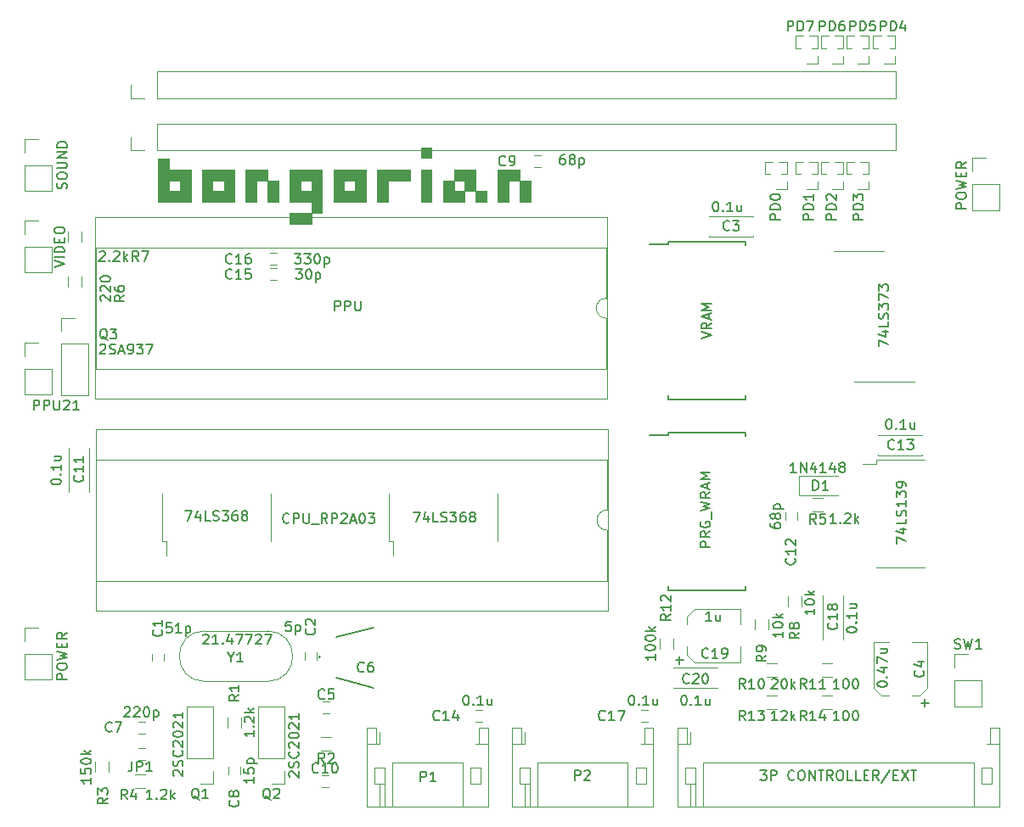
<source format=gbr>
G04 #@! TF.FileFunction,Legend,Top*
%FSLAX46Y46*%
G04 Gerber Fmt 4.6, Leading zero omitted, Abs format (unit mm)*
G04 Created by KiCad (PCBNEW 4.0.7) date 06/28/18 00:34:14*
%MOMM*%
%LPD*%
G01*
G04 APERTURE LIST*
%ADD10C,0.100000*%
%ADD11C,0.120000*%
%ADD12C,0.200000*%
%ADD13C,0.254000*%
%ADD14C,0.150000*%
%ADD15C,0.010000*%
G04 APERTURE END LIST*
D10*
D11*
X86071000Y-105187000D02*
X86071000Y-105887000D01*
X84871000Y-105887000D02*
X84871000Y-105187000D01*
X100111000Y-105760000D02*
X100111000Y-105060000D01*
X101311000Y-105060000D02*
X101311000Y-105760000D01*
X140371000Y-61474000D02*
X144791000Y-61474000D01*
X140371000Y-63494000D02*
X144791000Y-63494000D01*
X140371000Y-61474000D02*
X140371000Y-61488000D01*
X140371000Y-63480000D02*
X140371000Y-63494000D01*
X144791000Y-61474000D02*
X144791000Y-61488000D01*
X144791000Y-63480000D02*
X144791000Y-63494000D01*
X156822000Y-104010000D02*
X158372000Y-104010000D01*
X162152000Y-104010000D02*
X160602000Y-104010000D01*
X161392000Y-109350000D02*
X160602000Y-109350000D01*
X157582000Y-109350000D02*
X158372000Y-109350000D01*
X156822000Y-104010000D02*
X156822000Y-108590000D01*
X156822000Y-108590000D02*
X157582000Y-109350000D01*
X161392000Y-109350000D02*
X162152000Y-108590000D01*
X162152000Y-108590000D02*
X162152000Y-104010000D01*
X101885000Y-109890000D02*
X102585000Y-109890000D01*
X102585000Y-111090000D02*
X101885000Y-111090000D01*
D12*
X103251000Y-107537000D02*
X106958000Y-108537000D01*
X103251000Y-103537000D02*
X106958000Y-102537000D01*
D13*
X101579000Y-105471000D02*
G75*
G03X101579000Y-105471000I-42000J0D01*
G01*
D11*
X84170000Y-113122000D02*
X83470000Y-113122000D01*
X83470000Y-111922000D02*
X84170000Y-111922000D01*
X92491000Y-117190000D02*
X92491000Y-116490000D01*
X93691000Y-116490000D02*
X93691000Y-117190000D01*
X123667000Y-56607000D02*
X122967000Y-56607000D01*
X122967000Y-55407000D02*
X123667000Y-55407000D01*
X101758000Y-117256000D02*
X102458000Y-117256000D01*
X102458000Y-118456000D02*
X101758000Y-118456000D01*
X78607000Y-84618000D02*
X78607000Y-89038000D01*
X76587000Y-84618000D02*
X76587000Y-89038000D01*
X78607000Y-84618000D02*
X78593000Y-84618000D01*
X76601000Y-84618000D02*
X76587000Y-84618000D01*
X78607000Y-89038000D02*
X78593000Y-89038000D01*
X76601000Y-89038000D02*
X76587000Y-89038000D01*
X149190000Y-91090000D02*
X149190000Y-91790000D01*
X147990000Y-91790000D02*
X147990000Y-91090000D01*
X157262000Y-83318000D02*
X161682000Y-83318000D01*
X157262000Y-85338000D02*
X161682000Y-85338000D01*
X157262000Y-83318000D02*
X157262000Y-83332000D01*
X157262000Y-85324000D02*
X157262000Y-85338000D01*
X161682000Y-83318000D02*
X161682000Y-83332000D01*
X161682000Y-85324000D02*
X161682000Y-85338000D01*
X117125000Y-110779000D02*
X117825000Y-110779000D01*
X117825000Y-111979000D02*
X117125000Y-111979000D01*
X96614000Y-66646500D02*
X97314000Y-66646500D01*
X97314000Y-67846500D02*
X96614000Y-67846500D01*
X96614000Y-65122500D02*
X97314000Y-65122500D01*
X97314000Y-66322500D02*
X96614000Y-66322500D01*
X133635000Y-110779000D02*
X134335000Y-110779000D01*
X134335000Y-111979000D02*
X133635000Y-111979000D01*
X153791000Y-99350000D02*
X153791000Y-103770000D01*
X151771000Y-99350000D02*
X151771000Y-103770000D01*
X153791000Y-99350000D02*
X153777000Y-99350000D01*
X151785000Y-99350000D02*
X151771000Y-99350000D01*
X153791000Y-103770000D02*
X153777000Y-103770000D01*
X151785000Y-103770000D02*
X151771000Y-103770000D01*
X143513000Y-100688000D02*
X143513000Y-102238000D01*
X143513000Y-106018000D02*
X143513000Y-104468000D01*
X138173000Y-105258000D02*
X138173000Y-104468000D01*
X138173000Y-101448000D02*
X138173000Y-102238000D01*
X143513000Y-100688000D02*
X138933000Y-100688000D01*
X138933000Y-100688000D02*
X138173000Y-101448000D01*
X138173000Y-105258000D02*
X138933000Y-106018000D01*
X138933000Y-106018000D02*
X143513000Y-106018000D01*
X136815000Y-106559000D02*
X141235000Y-106559000D01*
X136815000Y-108579000D02*
X141235000Y-108579000D01*
X136815000Y-106559000D02*
X136815000Y-106573000D01*
X136815000Y-108565000D02*
X136815000Y-108579000D01*
X141235000Y-106559000D02*
X141235000Y-106573000D01*
X141235000Y-108565000D02*
X141235000Y-108579000D01*
X149388000Y-87392000D02*
X149388000Y-89392000D01*
X149388000Y-89392000D02*
X153288000Y-89392000D01*
X149388000Y-87392000D02*
X153288000Y-87392000D01*
D14*
X136333000Y-64007000D02*
X136333000Y-64282000D01*
X144083000Y-64007000D02*
X144083000Y-64372000D01*
X144083000Y-79757000D02*
X144083000Y-79392000D01*
X136333000Y-79757000D02*
X136333000Y-79392000D01*
X136333000Y-64007000D02*
X144083000Y-64007000D01*
X136333000Y-79757000D02*
X144083000Y-79757000D01*
X136333000Y-64282000D02*
X134508000Y-64282000D01*
D11*
X159064000Y-54924000D02*
X159064000Y-52264000D01*
X85344000Y-54924000D02*
X159064000Y-54924000D01*
X85344000Y-52264000D02*
X159064000Y-52264000D01*
X85344000Y-54924000D02*
X85344000Y-52264000D01*
X84074000Y-54924000D02*
X82744000Y-54924000D01*
X82744000Y-54924000D02*
X82744000Y-53594000D01*
X159064000Y-49717000D02*
X159064000Y-47057000D01*
X85344000Y-49717000D02*
X159064000Y-49717000D01*
X85344000Y-47057000D02*
X159064000Y-47057000D01*
X85344000Y-49717000D02*
X85344000Y-47057000D01*
X84074000Y-49717000D02*
X82744000Y-49717000D01*
X82744000Y-49717000D02*
X82744000Y-48387000D01*
X130235000Y-92821000D02*
G75*
G02X130235000Y-90821000I0J1000000D01*
G01*
X130235000Y-90821000D02*
X130235000Y-85761000D01*
X130235000Y-85761000D02*
X79315000Y-85761000D01*
X79315000Y-85761000D02*
X79315000Y-97881000D01*
X79315000Y-97881000D02*
X130235000Y-97881000D01*
X130235000Y-97881000D02*
X130235000Y-92821000D01*
X130295000Y-82761000D02*
X79255000Y-82761000D01*
X79255000Y-82761000D02*
X79255000Y-100881000D01*
X79255000Y-100881000D02*
X130295000Y-100881000D01*
X130295000Y-100881000D02*
X130295000Y-82761000D01*
D14*
X136333000Y-83057000D02*
X136333000Y-83332000D01*
X144083000Y-83057000D02*
X144083000Y-83422000D01*
X144083000Y-98807000D02*
X144083000Y-98442000D01*
X136333000Y-98807000D02*
X136333000Y-98442000D01*
X136333000Y-83057000D02*
X144083000Y-83057000D01*
X136333000Y-98807000D02*
X144083000Y-98807000D01*
X136333000Y-83332000D02*
X134508000Y-83332000D01*
D11*
X108831000Y-120396000D02*
X108831000Y-116046000D01*
X108831000Y-116046000D02*
X115831000Y-116046000D01*
X115831000Y-116046000D02*
X115831000Y-120396000D01*
X107531000Y-114196000D02*
X107181000Y-114196000D01*
X107181000Y-114196000D02*
X107181000Y-112596000D01*
X107181000Y-112596000D02*
X106281000Y-112596000D01*
X106281000Y-112596000D02*
X106281000Y-120396000D01*
X106281000Y-120396000D02*
X118381000Y-120396000D01*
X118381000Y-120396000D02*
X118381000Y-112596000D01*
X118381000Y-112596000D02*
X117481000Y-112596000D01*
X117481000Y-112596000D02*
X117481000Y-114196000D01*
X117481000Y-114196000D02*
X117131000Y-114196000D01*
X106281000Y-114196000D02*
X107181000Y-114196000D01*
X118381000Y-114196000D02*
X117481000Y-114196000D01*
X107031000Y-116546000D02*
X107031000Y-118146000D01*
X107031000Y-118146000D02*
X108031000Y-118146000D01*
X108031000Y-118146000D02*
X108031000Y-116546000D01*
X108031000Y-116546000D02*
X107031000Y-116546000D01*
X117631000Y-116546000D02*
X117631000Y-118146000D01*
X117631000Y-118146000D02*
X116631000Y-118146000D01*
X116631000Y-118146000D02*
X116631000Y-116546000D01*
X116631000Y-116546000D02*
X117631000Y-116546000D01*
X108031000Y-118146000D02*
X108031000Y-120396000D01*
X107531000Y-118146000D02*
X107531000Y-120396000D01*
X107531000Y-114196000D02*
X107531000Y-112996000D01*
X130172000Y-71675500D02*
G75*
G02X130172000Y-69675500I0J1000000D01*
G01*
X130172000Y-69675500D02*
X130172000Y-64615500D01*
X130172000Y-64615500D02*
X79252000Y-64615500D01*
X79252000Y-64615500D02*
X79252000Y-76735500D01*
X79252000Y-76735500D02*
X130172000Y-76735500D01*
X130172000Y-76735500D02*
X130172000Y-71675500D01*
X130232000Y-61615500D02*
X79192000Y-61615500D01*
X79192000Y-61615500D02*
X79192000Y-79735500D01*
X79192000Y-79735500D02*
X130232000Y-79735500D01*
X130232000Y-79735500D02*
X130232000Y-61615500D01*
X123309000Y-120396000D02*
X123309000Y-116046000D01*
X123309000Y-116046000D02*
X132309000Y-116046000D01*
X132309000Y-116046000D02*
X132309000Y-120396000D01*
X122009000Y-114196000D02*
X121659000Y-114196000D01*
X121659000Y-114196000D02*
X121659000Y-112596000D01*
X121659000Y-112596000D02*
X120759000Y-112596000D01*
X120759000Y-112596000D02*
X120759000Y-120396000D01*
X120759000Y-120396000D02*
X134859000Y-120396000D01*
X134859000Y-120396000D02*
X134859000Y-112596000D01*
X134859000Y-112596000D02*
X133959000Y-112596000D01*
X133959000Y-112596000D02*
X133959000Y-114196000D01*
X133959000Y-114196000D02*
X133609000Y-114196000D01*
X120759000Y-114196000D02*
X121659000Y-114196000D01*
X134859000Y-114196000D02*
X133959000Y-114196000D01*
X121509000Y-116546000D02*
X121509000Y-118146000D01*
X121509000Y-118146000D02*
X122509000Y-118146000D01*
X122509000Y-118146000D02*
X122509000Y-116546000D01*
X122509000Y-116546000D02*
X121509000Y-116546000D01*
X134109000Y-116546000D02*
X134109000Y-118146000D01*
X134109000Y-118146000D02*
X133109000Y-118146000D01*
X133109000Y-118146000D02*
X133109000Y-116546000D01*
X133109000Y-116546000D02*
X134109000Y-116546000D01*
X122509000Y-118146000D02*
X122509000Y-120396000D01*
X122009000Y-118146000D02*
X122009000Y-120396000D01*
X122009000Y-114196000D02*
X122009000Y-112996000D01*
X72203000Y-107756000D02*
X74863000Y-107756000D01*
X72203000Y-105156000D02*
X72203000Y-107756000D01*
X74863000Y-105156000D02*
X74863000Y-107756000D01*
X72203000Y-105156000D02*
X74863000Y-105156000D01*
X72203000Y-103886000D02*
X72203000Y-102556000D01*
X72203000Y-102556000D02*
X73533000Y-102556000D01*
X72203000Y-67116000D02*
X74863000Y-67116000D01*
X72203000Y-64516000D02*
X72203000Y-67116000D01*
X74863000Y-64516000D02*
X74863000Y-67116000D01*
X72203000Y-64516000D02*
X74863000Y-64516000D01*
X72203000Y-63246000D02*
X72203000Y-61916000D01*
X72203000Y-61916000D02*
X73533000Y-61916000D01*
X72203000Y-79308000D02*
X74863000Y-79308000D01*
X72203000Y-76708000D02*
X72203000Y-79308000D01*
X74863000Y-76708000D02*
X74863000Y-79308000D01*
X72203000Y-76708000D02*
X74863000Y-76708000D01*
X72203000Y-75438000D02*
X72203000Y-74108000D01*
X72203000Y-74108000D02*
X73533000Y-74108000D01*
X139819000Y-120396000D02*
X139819000Y-116046000D01*
X139819000Y-116046000D02*
X166819000Y-116046000D01*
X166819000Y-116046000D02*
X166819000Y-120396000D01*
X138519000Y-114196000D02*
X138169000Y-114196000D01*
X138169000Y-114196000D02*
X138169000Y-112596000D01*
X138169000Y-112596000D02*
X137269000Y-112596000D01*
X137269000Y-112596000D02*
X137269000Y-120396000D01*
X137269000Y-120396000D02*
X169369000Y-120396000D01*
X169369000Y-120396000D02*
X169369000Y-112596000D01*
X169369000Y-112596000D02*
X168469000Y-112596000D01*
X168469000Y-112596000D02*
X168469000Y-114196000D01*
X168469000Y-114196000D02*
X168119000Y-114196000D01*
X137269000Y-114196000D02*
X138169000Y-114196000D01*
X169369000Y-114196000D02*
X168469000Y-114196000D01*
X138019000Y-116546000D02*
X138019000Y-118146000D01*
X138019000Y-118146000D02*
X139019000Y-118146000D01*
X139019000Y-118146000D02*
X139019000Y-116546000D01*
X139019000Y-116546000D02*
X138019000Y-116546000D01*
X168619000Y-116546000D02*
X168619000Y-118146000D01*
X168619000Y-118146000D02*
X167619000Y-118146000D01*
X167619000Y-118146000D02*
X167619000Y-116546000D01*
X167619000Y-116546000D02*
X168619000Y-116546000D01*
X139019000Y-118146000D02*
X139019000Y-120396000D01*
X138519000Y-118146000D02*
X138519000Y-120396000D01*
X138519000Y-114196000D02*
X138519000Y-112996000D01*
X72203000Y-58988000D02*
X74863000Y-58988000D01*
X72203000Y-56388000D02*
X72203000Y-58988000D01*
X74863000Y-56388000D02*
X74863000Y-58988000D01*
X72203000Y-56388000D02*
X74863000Y-56388000D01*
X72203000Y-55118000D02*
X72203000Y-53788000D01*
X72203000Y-53788000D02*
X73533000Y-53788000D01*
X166691000Y-60893000D02*
X169351000Y-60893000D01*
X166691000Y-58293000D02*
X166691000Y-60893000D01*
X169351000Y-58293000D02*
X169351000Y-60893000D01*
X166691000Y-58293000D02*
X169351000Y-58293000D01*
X166691000Y-57023000D02*
X166691000Y-55693000D01*
X166691000Y-55693000D02*
X168021000Y-55693000D01*
X83470000Y-114589000D02*
X84170000Y-114589000D01*
X84170000Y-115789000D02*
X83470000Y-115789000D01*
X148176000Y-56074000D02*
X147373530Y-56074000D01*
X146758470Y-56074000D02*
X145956000Y-56074000D01*
X148176000Y-57279000D02*
X148176000Y-56074000D01*
X145956000Y-57279000D02*
X145956000Y-56074000D01*
X148176000Y-57279000D02*
X147629471Y-57279000D01*
X146502529Y-57279000D02*
X145956000Y-57279000D01*
X148176000Y-58039000D02*
X148176000Y-58799000D01*
X148176000Y-58799000D02*
X147066000Y-58799000D01*
X151224000Y-56074000D02*
X150421530Y-56074000D01*
X149806470Y-56074000D02*
X149004000Y-56074000D01*
X151224000Y-57279000D02*
X151224000Y-56074000D01*
X149004000Y-57279000D02*
X149004000Y-56074000D01*
X151224000Y-57279000D02*
X150677471Y-57279000D01*
X149550529Y-57279000D02*
X149004000Y-57279000D01*
X151224000Y-58039000D02*
X151224000Y-58799000D01*
X151224000Y-58799000D02*
X150114000Y-58799000D01*
X151224000Y-43501000D02*
X150421530Y-43501000D01*
X149806470Y-43501000D02*
X149004000Y-43501000D01*
X151224000Y-44706000D02*
X151224000Y-43501000D01*
X149004000Y-44706000D02*
X149004000Y-43501000D01*
X151224000Y-44706000D02*
X150677471Y-44706000D01*
X149550529Y-44706000D02*
X149004000Y-44706000D01*
X151224000Y-45466000D02*
X151224000Y-46226000D01*
X151224000Y-46226000D02*
X150114000Y-46226000D01*
X153764000Y-56074000D02*
X152961530Y-56074000D01*
X152346470Y-56074000D02*
X151544000Y-56074000D01*
X153764000Y-57279000D02*
X153764000Y-56074000D01*
X151544000Y-57279000D02*
X151544000Y-56074000D01*
X153764000Y-57279000D02*
X153217471Y-57279000D01*
X152090529Y-57279000D02*
X151544000Y-57279000D01*
X153764000Y-58039000D02*
X153764000Y-58799000D01*
X153764000Y-58799000D02*
X152654000Y-58799000D01*
X153764000Y-43501000D02*
X152961530Y-43501000D01*
X152346470Y-43501000D02*
X151544000Y-43501000D01*
X153764000Y-44706000D02*
X153764000Y-43501000D01*
X151544000Y-44706000D02*
X151544000Y-43501000D01*
X153764000Y-44706000D02*
X153217471Y-44706000D01*
X152090529Y-44706000D02*
X151544000Y-44706000D01*
X153764000Y-45466000D02*
X153764000Y-46226000D01*
X153764000Y-46226000D02*
X152654000Y-46226000D01*
X156304000Y-56074000D02*
X155501530Y-56074000D01*
X154886470Y-56074000D02*
X154084000Y-56074000D01*
X156304000Y-57279000D02*
X156304000Y-56074000D01*
X154084000Y-57279000D02*
X154084000Y-56074000D01*
X156304000Y-57279000D02*
X155757471Y-57279000D01*
X154630529Y-57279000D02*
X154084000Y-57279000D01*
X156304000Y-58039000D02*
X156304000Y-58799000D01*
X156304000Y-58799000D02*
X155194000Y-58799000D01*
X156304000Y-43501000D02*
X155501530Y-43501000D01*
X154886470Y-43501000D02*
X154084000Y-43501000D01*
X156304000Y-44706000D02*
X156304000Y-43501000D01*
X154084000Y-44706000D02*
X154084000Y-43501000D01*
X156304000Y-44706000D02*
X155757471Y-44706000D01*
X154630529Y-44706000D02*
X154084000Y-44706000D01*
X156304000Y-45466000D02*
X156304000Y-46226000D01*
X156304000Y-46226000D02*
X155194000Y-46226000D01*
X158971000Y-43501000D02*
X158168530Y-43501000D01*
X157553470Y-43501000D02*
X156751000Y-43501000D01*
X158971000Y-44706000D02*
X158971000Y-43501000D01*
X156751000Y-44706000D02*
X156751000Y-43501000D01*
X158971000Y-44706000D02*
X158424471Y-44706000D01*
X157297529Y-44706000D02*
X156751000Y-44706000D01*
X158971000Y-45466000D02*
X158971000Y-46226000D01*
X158971000Y-46226000D02*
X157861000Y-46226000D01*
X90992000Y-110430000D02*
X88332000Y-110430000D01*
X90992000Y-115570000D02*
X90992000Y-110430000D01*
X88332000Y-115570000D02*
X88332000Y-110430000D01*
X90992000Y-115570000D02*
X88332000Y-115570000D01*
X90992000Y-116840000D02*
X90992000Y-118170000D01*
X90992000Y-118170000D02*
X89662000Y-118170000D01*
X98104000Y-110430000D02*
X95444000Y-110430000D01*
X98104000Y-115570000D02*
X98104000Y-110430000D01*
X95444000Y-115570000D02*
X95444000Y-110430000D01*
X98104000Y-115570000D02*
X95444000Y-115570000D01*
X98104000Y-116840000D02*
X98104000Y-118170000D01*
X98104000Y-118170000D02*
X96774000Y-118170000D01*
X75822000Y-79371000D02*
X78482000Y-79371000D01*
X75822000Y-74231000D02*
X75822000Y-79371000D01*
X78482000Y-74231000D02*
X78482000Y-79371000D01*
X75822000Y-74231000D02*
X78482000Y-74231000D01*
X75822000Y-72961000D02*
X75822000Y-71631000D01*
X75822000Y-71631000D02*
X77152000Y-71631000D01*
X92411000Y-112514000D02*
X92411000Y-111514000D01*
X93771000Y-111514000D02*
X93771000Y-112514000D01*
X101735000Y-113493000D02*
X102735000Y-113493000D01*
X102735000Y-114853000D02*
X101735000Y-114853000D01*
X79203000Y-116959000D02*
X79203000Y-115959000D01*
X80563000Y-115959000D02*
X80563000Y-116959000D01*
X83193000Y-117176000D02*
X84193000Y-117176000D01*
X84193000Y-118536000D02*
X83193000Y-118536000D01*
X150757000Y-89617000D02*
X151757000Y-89617000D01*
X151757000Y-90977000D02*
X150757000Y-90977000D01*
X76472000Y-68509000D02*
X76472000Y-67509000D01*
X77832000Y-67509000D02*
X77832000Y-68509000D01*
X77832000Y-63063500D02*
X77832000Y-64063500D01*
X76472000Y-64063500D02*
X76472000Y-63063500D01*
X148291000Y-100449000D02*
X148291000Y-99449000D01*
X149651000Y-99449000D02*
X149651000Y-100449000D01*
X144989000Y-102735000D02*
X144989000Y-101735000D01*
X146349000Y-101735000D02*
X146349000Y-102735000D01*
X146185000Y-106127000D02*
X147185000Y-106127000D01*
X147185000Y-107487000D02*
X146185000Y-107487000D01*
X151646000Y-106127000D02*
X152646000Y-106127000D01*
X152646000Y-107487000D02*
X151646000Y-107487000D01*
X135464000Y-104640000D02*
X135464000Y-103640000D01*
X136824000Y-103640000D02*
X136824000Y-104640000D01*
X146185000Y-109302000D02*
X147185000Y-109302000D01*
X147185000Y-110662000D02*
X146185000Y-110662000D01*
X151646000Y-109302000D02*
X152646000Y-109302000D01*
X152646000Y-110662000D02*
X151646000Y-110662000D01*
X164913000Y-110423000D02*
X167573000Y-110423000D01*
X164913000Y-107823000D02*
X164913000Y-110423000D01*
X167573000Y-107823000D02*
X167573000Y-110423000D01*
X164913000Y-107823000D02*
X167573000Y-107823000D01*
X164913000Y-106553000D02*
X164913000Y-105223000D01*
X164913000Y-105223000D02*
X166243000Y-105223000D01*
X154861000Y-78031000D02*
X160861000Y-78031000D01*
X152861000Y-64971000D02*
X157861000Y-64971000D01*
X157112000Y-85786000D02*
X157112000Y-86186000D01*
X157112000Y-86186000D02*
X155712000Y-86186000D01*
X157112000Y-85786000D02*
X161912000Y-85786000D01*
X157112000Y-96586000D02*
X161912000Y-96586000D01*
X85913000Y-93967000D02*
X86313000Y-93967000D01*
X86313000Y-93967000D02*
X86313000Y-95367000D01*
X85913000Y-93967000D02*
X85913000Y-89167000D01*
X96713000Y-93967000D02*
X96713000Y-89167000D01*
X108519000Y-93967000D02*
X108919000Y-93967000D01*
X108919000Y-93967000D02*
X108919000Y-95367000D01*
X108519000Y-93967000D02*
X108519000Y-89167000D01*
X119319000Y-93967000D02*
X119319000Y-89167000D01*
X90120000Y-102885000D02*
X96370000Y-102885000D01*
X90120000Y-107935000D02*
X96370000Y-107935000D01*
X90120000Y-107935000D02*
G75*
G02X90120000Y-102885000I0J2525000D01*
G01*
X96370000Y-107935000D02*
G75*
G03X96370000Y-102885000I0J2525000D01*
G01*
D15*
G36*
X100747286Y-62266286D02*
X98570143Y-62266286D01*
X98570143Y-61177715D01*
X100747286Y-61177715D01*
X100747286Y-62266286D01*
X100747286Y-62266286D01*
G37*
X100747286Y-62266286D02*
X98570143Y-62266286D01*
X98570143Y-61177715D01*
X100747286Y-61177715D01*
X100747286Y-62266286D01*
G36*
X101835857Y-61177715D02*
X100783572Y-61177715D01*
X100783572Y-60089143D01*
X98570143Y-60089143D01*
X98570143Y-57912000D01*
X99658714Y-57912000D01*
X99658714Y-59000572D01*
X100783572Y-59000572D01*
X100783572Y-57912000D01*
X99658714Y-57912000D01*
X98570143Y-57912000D01*
X98570143Y-56823429D01*
X101835857Y-56823429D01*
X101835857Y-61177715D01*
X101835857Y-61177715D01*
G37*
X101835857Y-61177715D02*
X100783572Y-61177715D01*
X100783572Y-60089143D01*
X98570143Y-60089143D01*
X98570143Y-57912000D01*
X99658714Y-57912000D01*
X99658714Y-59000572D01*
X100783572Y-59000572D01*
X100783572Y-57912000D01*
X99658714Y-57912000D01*
X98570143Y-57912000D01*
X98570143Y-56823429D01*
X101835857Y-56823429D01*
X101835857Y-61177715D01*
G36*
X86559572Y-56823429D02*
X88736714Y-56823429D01*
X88736714Y-60089143D01*
X85471000Y-60089143D01*
X85471000Y-57912000D01*
X86559572Y-57912000D01*
X86559572Y-59000572D01*
X87648143Y-59000572D01*
X87648143Y-57912000D01*
X86559572Y-57912000D01*
X85471000Y-57912000D01*
X85471000Y-55734858D01*
X86559572Y-55734858D01*
X86559572Y-56823429D01*
X86559572Y-56823429D01*
G37*
X86559572Y-56823429D02*
X88736714Y-56823429D01*
X88736714Y-60089143D01*
X85471000Y-60089143D01*
X85471000Y-57912000D01*
X86559572Y-57912000D01*
X86559572Y-59000572D01*
X87648143Y-59000572D01*
X87648143Y-57912000D01*
X86559572Y-57912000D01*
X85471000Y-57912000D01*
X85471000Y-55734858D01*
X86559572Y-55734858D01*
X86559572Y-56823429D01*
G36*
X93091000Y-60089143D02*
X89825286Y-60089143D01*
X89825286Y-57912000D01*
X90913857Y-57912000D01*
X90913857Y-59000572D01*
X92038714Y-59000572D01*
X92038714Y-57912000D01*
X90913857Y-57912000D01*
X89825286Y-57912000D01*
X89825286Y-56823429D01*
X93091000Y-56823429D01*
X93091000Y-60089143D01*
X93091000Y-60089143D01*
G37*
X93091000Y-60089143D02*
X89825286Y-60089143D01*
X89825286Y-57912000D01*
X90913857Y-57912000D01*
X90913857Y-59000572D01*
X92038714Y-59000572D01*
X92038714Y-57912000D01*
X90913857Y-57912000D01*
X89825286Y-57912000D01*
X89825286Y-56823429D01*
X93091000Y-56823429D01*
X93091000Y-60089143D01*
G36*
X97481572Y-60089143D02*
X96393000Y-60089143D01*
X96393000Y-57912000D01*
X97481572Y-57912000D01*
X97481572Y-60089143D01*
X97481572Y-60089143D01*
G37*
X97481572Y-60089143D02*
X96393000Y-60089143D01*
X96393000Y-57912000D01*
X97481572Y-57912000D01*
X97481572Y-60089143D01*
G36*
X96393000Y-57912000D02*
X95268143Y-57912000D01*
X95268143Y-60089143D01*
X94215857Y-60089143D01*
X94215857Y-56823429D01*
X96393000Y-56823429D01*
X96393000Y-57912000D01*
X96393000Y-57912000D01*
G37*
X96393000Y-57912000D02*
X95268143Y-57912000D01*
X95268143Y-60089143D01*
X94215857Y-60089143D01*
X94215857Y-56823429D01*
X96393000Y-56823429D01*
X96393000Y-57912000D01*
G36*
X106226429Y-60089143D02*
X102960715Y-60089143D01*
X102960715Y-57912000D01*
X104013000Y-57912000D01*
X104013000Y-59000572D01*
X105137857Y-59000572D01*
X105137857Y-57912000D01*
X104013000Y-57912000D01*
X102960715Y-57912000D01*
X102960715Y-56823429D01*
X106226429Y-56823429D01*
X106226429Y-60089143D01*
X106226429Y-60089143D01*
G37*
X106226429Y-60089143D02*
X102960715Y-60089143D01*
X102960715Y-57912000D01*
X104013000Y-57912000D01*
X104013000Y-59000572D01*
X105137857Y-59000572D01*
X105137857Y-57912000D01*
X104013000Y-57912000D01*
X102960715Y-57912000D01*
X102960715Y-56823429D01*
X106226429Y-56823429D01*
X106226429Y-60089143D01*
G36*
X110580714Y-57912000D02*
X108403572Y-57912000D01*
X108403572Y-60089143D01*
X107315000Y-60089143D01*
X107315000Y-56823429D01*
X110580714Y-56823429D01*
X110580714Y-57912000D01*
X110580714Y-57912000D01*
G37*
X110580714Y-57912000D02*
X108403572Y-57912000D01*
X108403572Y-60089143D01*
X107315000Y-60089143D01*
X107315000Y-56823429D01*
X110580714Y-56823429D01*
X110580714Y-57912000D01*
G36*
X112757857Y-60089143D02*
X111705572Y-60089143D01*
X111705572Y-56823429D01*
X112757857Y-56823429D01*
X112757857Y-60089143D01*
X112757857Y-60089143D01*
G37*
X112757857Y-60089143D02*
X111705572Y-60089143D01*
X111705572Y-56823429D01*
X112757857Y-56823429D01*
X112757857Y-60089143D01*
G36*
X118237000Y-60089143D02*
X117148429Y-60089143D01*
X117148429Y-59000572D01*
X118237000Y-59000572D01*
X118237000Y-60089143D01*
X118237000Y-60089143D01*
G37*
X118237000Y-60089143D02*
X117148429Y-60089143D01*
X117148429Y-59000572D01*
X118237000Y-59000572D01*
X118237000Y-60089143D01*
G36*
X117148429Y-59000572D02*
X116059857Y-59000572D01*
X116059857Y-60089143D01*
X113882714Y-60089143D01*
X113882714Y-57912000D01*
X114971286Y-57912000D01*
X114971286Y-59000572D01*
X116059857Y-59000572D01*
X116059857Y-57912000D01*
X114971286Y-57912000D01*
X114971286Y-56823429D01*
X117148429Y-56823429D01*
X117148429Y-59000572D01*
X117148429Y-59000572D01*
G37*
X117148429Y-59000572D02*
X116059857Y-59000572D01*
X116059857Y-60089143D01*
X113882714Y-60089143D01*
X113882714Y-57912000D01*
X114971286Y-57912000D01*
X114971286Y-59000572D01*
X116059857Y-59000572D01*
X116059857Y-57912000D01*
X114971286Y-57912000D01*
X114971286Y-56823429D01*
X117148429Y-56823429D01*
X117148429Y-59000572D01*
G36*
X121502715Y-57912000D02*
X120414143Y-57912000D01*
X120414143Y-60089143D01*
X119361857Y-60089143D01*
X119361857Y-56823429D01*
X121502715Y-56823429D01*
X121502715Y-57912000D01*
X121502715Y-57912000D01*
G37*
X121502715Y-57912000D02*
X120414143Y-57912000D01*
X120414143Y-60089143D01*
X119361857Y-60089143D01*
X119361857Y-56823429D01*
X121502715Y-56823429D01*
X121502715Y-57912000D01*
G36*
X122591286Y-60089143D02*
X121539000Y-60089143D01*
X121539000Y-57912000D01*
X122591286Y-57912000D01*
X122591286Y-60089143D01*
X122591286Y-60089143D01*
G37*
X122591286Y-60089143D02*
X121539000Y-60089143D01*
X121539000Y-57912000D01*
X122591286Y-57912000D01*
X122591286Y-60089143D01*
G36*
X112757857Y-55698572D02*
X111705572Y-55698572D01*
X111705572Y-54646286D01*
X112757857Y-54646286D01*
X112757857Y-55698572D01*
X112757857Y-55698572D01*
G37*
X112757857Y-55698572D02*
X111705572Y-55698572D01*
X111705572Y-54646286D01*
X112757857Y-54646286D01*
X112757857Y-55698572D01*
D14*
X85828143Y-102782666D02*
X85875762Y-102830285D01*
X85923381Y-102973142D01*
X85923381Y-103068380D01*
X85875762Y-103211238D01*
X85780524Y-103306476D01*
X85685286Y-103354095D01*
X85494810Y-103401714D01*
X85351952Y-103401714D01*
X85161476Y-103354095D01*
X85066238Y-103306476D01*
X84971000Y-103211238D01*
X84923381Y-103068380D01*
X84923381Y-102973142D01*
X84971000Y-102830285D01*
X85018619Y-102782666D01*
X85923381Y-101830285D02*
X85923381Y-102401714D01*
X85923381Y-102116000D02*
X84923381Y-102116000D01*
X85066238Y-102211238D01*
X85161476Y-102306476D01*
X85209095Y-102401714D01*
X86812524Y-102068381D02*
X86336333Y-102068381D01*
X86288714Y-102544571D01*
X86336333Y-102496952D01*
X86431571Y-102449333D01*
X86669667Y-102449333D01*
X86764905Y-102496952D01*
X86812524Y-102544571D01*
X86860143Y-102639810D01*
X86860143Y-102877905D01*
X86812524Y-102973143D01*
X86764905Y-103020762D01*
X86669667Y-103068381D01*
X86431571Y-103068381D01*
X86336333Y-103020762D01*
X86288714Y-102973143D01*
X87812524Y-103068381D02*
X87241095Y-103068381D01*
X87526809Y-103068381D02*
X87526809Y-102068381D01*
X87431571Y-102211238D01*
X87336333Y-102306476D01*
X87241095Y-102354095D01*
X88241095Y-102401714D02*
X88241095Y-103401714D01*
X88241095Y-102449333D02*
X88336333Y-102401714D01*
X88526810Y-102401714D01*
X88622048Y-102449333D01*
X88669667Y-102496952D01*
X88717286Y-102592190D01*
X88717286Y-102877905D01*
X88669667Y-102973143D01*
X88622048Y-103020762D01*
X88526810Y-103068381D01*
X88336333Y-103068381D01*
X88241095Y-103020762D01*
X101068143Y-102655666D02*
X101115762Y-102703285D01*
X101163381Y-102846142D01*
X101163381Y-102941380D01*
X101115762Y-103084238D01*
X101020524Y-103179476D01*
X100925286Y-103227095D01*
X100734810Y-103274714D01*
X100591952Y-103274714D01*
X100401476Y-103227095D01*
X100306238Y-103179476D01*
X100211000Y-103084238D01*
X100163381Y-102941380D01*
X100163381Y-102846142D01*
X100211000Y-102703285D01*
X100258619Y-102655666D01*
X100258619Y-102274714D02*
X100211000Y-102227095D01*
X100163381Y-102131857D01*
X100163381Y-101893761D01*
X100211000Y-101798523D01*
X100258619Y-101750904D01*
X100353857Y-101703285D01*
X100449095Y-101703285D01*
X100591952Y-101750904D01*
X101163381Y-102322333D01*
X101163381Y-101703285D01*
X98718715Y-101941381D02*
X98242524Y-101941381D01*
X98194905Y-102417571D01*
X98242524Y-102369952D01*
X98337762Y-102322333D01*
X98575858Y-102322333D01*
X98671096Y-102369952D01*
X98718715Y-102417571D01*
X98766334Y-102512810D01*
X98766334Y-102750905D01*
X98718715Y-102846143D01*
X98671096Y-102893762D01*
X98575858Y-102941381D01*
X98337762Y-102941381D01*
X98242524Y-102893762D01*
X98194905Y-102846143D01*
X99194905Y-102274714D02*
X99194905Y-103274714D01*
X99194905Y-102322333D02*
X99290143Y-102274714D01*
X99480620Y-102274714D01*
X99575858Y-102322333D01*
X99623477Y-102369952D01*
X99671096Y-102465190D01*
X99671096Y-102750905D01*
X99623477Y-102846143D01*
X99575858Y-102893762D01*
X99480620Y-102941381D01*
X99290143Y-102941381D01*
X99194905Y-102893762D01*
X142454334Y-62841143D02*
X142406715Y-62888762D01*
X142263858Y-62936381D01*
X142168620Y-62936381D01*
X142025762Y-62888762D01*
X141930524Y-62793524D01*
X141882905Y-62698286D01*
X141835286Y-62507810D01*
X141835286Y-62364952D01*
X141882905Y-62174476D01*
X141930524Y-62079238D01*
X142025762Y-61984000D01*
X142168620Y-61936381D01*
X142263858Y-61936381D01*
X142406715Y-61984000D01*
X142454334Y-62031619D01*
X142787667Y-61936381D02*
X143406715Y-61936381D01*
X143073381Y-62317333D01*
X143216239Y-62317333D01*
X143311477Y-62364952D01*
X143359096Y-62412571D01*
X143406715Y-62507810D01*
X143406715Y-62745905D01*
X143359096Y-62841143D01*
X143311477Y-62888762D01*
X143216239Y-62936381D01*
X142930524Y-62936381D01*
X142835286Y-62888762D01*
X142787667Y-62841143D01*
X141025714Y-60031381D02*
X141120953Y-60031381D01*
X141216191Y-60079000D01*
X141263810Y-60126619D01*
X141311429Y-60221857D01*
X141359048Y-60412333D01*
X141359048Y-60650429D01*
X141311429Y-60840905D01*
X141263810Y-60936143D01*
X141216191Y-60983762D01*
X141120953Y-61031381D01*
X141025714Y-61031381D01*
X140930476Y-60983762D01*
X140882857Y-60936143D01*
X140835238Y-60840905D01*
X140787619Y-60650429D01*
X140787619Y-60412333D01*
X140835238Y-60221857D01*
X140882857Y-60126619D01*
X140930476Y-60079000D01*
X141025714Y-60031381D01*
X141787619Y-60936143D02*
X141835238Y-60983762D01*
X141787619Y-61031381D01*
X141740000Y-60983762D01*
X141787619Y-60936143D01*
X141787619Y-61031381D01*
X142787619Y-61031381D02*
X142216190Y-61031381D01*
X142501904Y-61031381D02*
X142501904Y-60031381D01*
X142406666Y-60174238D01*
X142311428Y-60269476D01*
X142216190Y-60317095D01*
X143644762Y-60364714D02*
X143644762Y-61031381D01*
X143216190Y-60364714D02*
X143216190Y-60888524D01*
X143263809Y-60983762D01*
X143359047Y-61031381D01*
X143501905Y-61031381D01*
X143597143Y-60983762D01*
X143644762Y-60936143D01*
X161774143Y-106846666D02*
X161821762Y-106894285D01*
X161869381Y-107037142D01*
X161869381Y-107132380D01*
X161821762Y-107275238D01*
X161726524Y-107370476D01*
X161631286Y-107418095D01*
X161440810Y-107465714D01*
X161297952Y-107465714D01*
X161107476Y-107418095D01*
X161012238Y-107370476D01*
X160917000Y-107275238D01*
X160869381Y-107132380D01*
X160869381Y-107037142D01*
X160917000Y-106894285D01*
X160964619Y-106846666D01*
X161202714Y-105989523D02*
X161869381Y-105989523D01*
X160821762Y-106227619D02*
X161536048Y-106465714D01*
X161536048Y-105846666D01*
X157186381Y-108243476D02*
X157186381Y-108148237D01*
X157234000Y-108052999D01*
X157281619Y-108005380D01*
X157376857Y-107957761D01*
X157567333Y-107910142D01*
X157805429Y-107910142D01*
X157995905Y-107957761D01*
X158091143Y-108005380D01*
X158138762Y-108052999D01*
X158186381Y-108148237D01*
X158186381Y-108243476D01*
X158138762Y-108338714D01*
X158091143Y-108386333D01*
X157995905Y-108433952D01*
X157805429Y-108481571D01*
X157567333Y-108481571D01*
X157376857Y-108433952D01*
X157281619Y-108386333D01*
X157234000Y-108338714D01*
X157186381Y-108243476D01*
X158091143Y-107481571D02*
X158138762Y-107433952D01*
X158186381Y-107481571D01*
X158138762Y-107529190D01*
X158091143Y-107481571D01*
X158186381Y-107481571D01*
X157519714Y-106576809D02*
X158186381Y-106576809D01*
X157138762Y-106814905D02*
X157853048Y-107053000D01*
X157853048Y-106433952D01*
X157186381Y-106148238D02*
X157186381Y-105481571D01*
X158186381Y-105910143D01*
X157519714Y-104672047D02*
X158186381Y-104672047D01*
X157519714Y-105100619D02*
X158043524Y-105100619D01*
X158138762Y-105053000D01*
X158186381Y-104957762D01*
X158186381Y-104814904D01*
X158138762Y-104719666D01*
X158091143Y-104672047D01*
X161923429Y-110440952D02*
X161923429Y-109679047D01*
X162304381Y-110059999D02*
X161542476Y-110059999D01*
X102068334Y-109597143D02*
X102020715Y-109644762D01*
X101877858Y-109692381D01*
X101782620Y-109692381D01*
X101639762Y-109644762D01*
X101544524Y-109549524D01*
X101496905Y-109454286D01*
X101449286Y-109263810D01*
X101449286Y-109120952D01*
X101496905Y-108930476D01*
X101544524Y-108835238D01*
X101639762Y-108740000D01*
X101782620Y-108692381D01*
X101877858Y-108692381D01*
X102020715Y-108740000D01*
X102068334Y-108787619D01*
X102973096Y-108692381D02*
X102496905Y-108692381D01*
X102449286Y-109168571D01*
X102496905Y-109120952D01*
X102592143Y-109073333D01*
X102830239Y-109073333D01*
X102925477Y-109120952D01*
X102973096Y-109168571D01*
X103020715Y-109263810D01*
X103020715Y-109501905D01*
X102973096Y-109597143D01*
X102925477Y-109644762D01*
X102830239Y-109692381D01*
X102592143Y-109692381D01*
X102496905Y-109644762D01*
X102449286Y-109597143D01*
X106005334Y-106910143D02*
X105957715Y-106957762D01*
X105814858Y-107005381D01*
X105719620Y-107005381D01*
X105576762Y-106957762D01*
X105481524Y-106862524D01*
X105433905Y-106767286D01*
X105386286Y-106576810D01*
X105386286Y-106433952D01*
X105433905Y-106243476D01*
X105481524Y-106148238D01*
X105576762Y-106053000D01*
X105719620Y-106005381D01*
X105814858Y-106005381D01*
X105957715Y-106053000D01*
X106005334Y-106100619D01*
X106862477Y-106005381D02*
X106672000Y-106005381D01*
X106576762Y-106053000D01*
X106529143Y-106100619D01*
X106433905Y-106243476D01*
X106386286Y-106433952D01*
X106386286Y-106814905D01*
X106433905Y-106910143D01*
X106481524Y-106957762D01*
X106576762Y-107005381D01*
X106767239Y-107005381D01*
X106862477Y-106957762D01*
X106910096Y-106910143D01*
X106957715Y-106814905D01*
X106957715Y-106576810D01*
X106910096Y-106481571D01*
X106862477Y-106433952D01*
X106767239Y-106386333D01*
X106576762Y-106386333D01*
X106481524Y-106433952D01*
X106433905Y-106481571D01*
X106386286Y-106576810D01*
X80859334Y-112879143D02*
X80811715Y-112926762D01*
X80668858Y-112974381D01*
X80573620Y-112974381D01*
X80430762Y-112926762D01*
X80335524Y-112831524D01*
X80287905Y-112736286D01*
X80240286Y-112545810D01*
X80240286Y-112402952D01*
X80287905Y-112212476D01*
X80335524Y-112117238D01*
X80430762Y-112022000D01*
X80573620Y-111974381D01*
X80668858Y-111974381D01*
X80811715Y-112022000D01*
X80859334Y-112069619D01*
X81192667Y-111974381D02*
X81859334Y-111974381D01*
X81430762Y-112974381D01*
X82129524Y-110569619D02*
X82177143Y-110522000D01*
X82272381Y-110474381D01*
X82510477Y-110474381D01*
X82605715Y-110522000D01*
X82653334Y-110569619D01*
X82700953Y-110664857D01*
X82700953Y-110760095D01*
X82653334Y-110902952D01*
X82081905Y-111474381D01*
X82700953Y-111474381D01*
X83081905Y-110569619D02*
X83129524Y-110522000D01*
X83224762Y-110474381D01*
X83462858Y-110474381D01*
X83558096Y-110522000D01*
X83605715Y-110569619D01*
X83653334Y-110664857D01*
X83653334Y-110760095D01*
X83605715Y-110902952D01*
X83034286Y-111474381D01*
X83653334Y-111474381D01*
X84272381Y-110474381D02*
X84367620Y-110474381D01*
X84462858Y-110522000D01*
X84510477Y-110569619D01*
X84558096Y-110664857D01*
X84605715Y-110855333D01*
X84605715Y-111093429D01*
X84558096Y-111283905D01*
X84510477Y-111379143D01*
X84462858Y-111426762D01*
X84367620Y-111474381D01*
X84272381Y-111474381D01*
X84177143Y-111426762D01*
X84129524Y-111379143D01*
X84081905Y-111283905D01*
X84034286Y-111093429D01*
X84034286Y-110855333D01*
X84081905Y-110664857D01*
X84129524Y-110569619D01*
X84177143Y-110522000D01*
X84272381Y-110474381D01*
X85034286Y-110807714D02*
X85034286Y-111807714D01*
X85034286Y-110855333D02*
X85129524Y-110807714D01*
X85320001Y-110807714D01*
X85415239Y-110855333D01*
X85462858Y-110902952D01*
X85510477Y-110998190D01*
X85510477Y-111283905D01*
X85462858Y-111379143D01*
X85415239Y-111426762D01*
X85320001Y-111474381D01*
X85129524Y-111474381D01*
X85034286Y-111426762D01*
X93448143Y-119800666D02*
X93495762Y-119848285D01*
X93543381Y-119991142D01*
X93543381Y-120086380D01*
X93495762Y-120229238D01*
X93400524Y-120324476D01*
X93305286Y-120372095D01*
X93114810Y-120419714D01*
X92971952Y-120419714D01*
X92781476Y-120372095D01*
X92686238Y-120324476D01*
X92591000Y-120229238D01*
X92543381Y-120086380D01*
X92543381Y-119991142D01*
X92591000Y-119848285D01*
X92638619Y-119800666D01*
X92971952Y-119229238D02*
X92924333Y-119324476D01*
X92876714Y-119372095D01*
X92781476Y-119419714D01*
X92733857Y-119419714D01*
X92638619Y-119372095D01*
X92591000Y-119324476D01*
X92543381Y-119229238D01*
X92543381Y-119038761D01*
X92591000Y-118943523D01*
X92638619Y-118895904D01*
X92733857Y-118848285D01*
X92781476Y-118848285D01*
X92876714Y-118895904D01*
X92924333Y-118943523D01*
X92971952Y-119038761D01*
X92971952Y-119229238D01*
X93019571Y-119324476D01*
X93067190Y-119372095D01*
X93162429Y-119419714D01*
X93352905Y-119419714D01*
X93448143Y-119372095D01*
X93495762Y-119324476D01*
X93543381Y-119229238D01*
X93543381Y-119038761D01*
X93495762Y-118943523D01*
X93448143Y-118895904D01*
X93352905Y-118848285D01*
X93162429Y-118848285D01*
X93067190Y-118895904D01*
X93019571Y-118943523D01*
X92971952Y-119038761D01*
X95043381Y-117482857D02*
X95043381Y-118054286D01*
X95043381Y-117768572D02*
X94043381Y-117768572D01*
X94186238Y-117863810D01*
X94281476Y-117959048D01*
X94329095Y-118054286D01*
X94043381Y-116578095D02*
X94043381Y-117054286D01*
X94519571Y-117101905D01*
X94471952Y-117054286D01*
X94424333Y-116959048D01*
X94424333Y-116720952D01*
X94471952Y-116625714D01*
X94519571Y-116578095D01*
X94614810Y-116530476D01*
X94852905Y-116530476D01*
X94948143Y-116578095D01*
X94995762Y-116625714D01*
X95043381Y-116720952D01*
X95043381Y-116959048D01*
X94995762Y-117054286D01*
X94948143Y-117101905D01*
X94376714Y-116101905D02*
X95376714Y-116101905D01*
X94424333Y-116101905D02*
X94376714Y-116006667D01*
X94376714Y-115816190D01*
X94424333Y-115720952D01*
X94471952Y-115673333D01*
X94567190Y-115625714D01*
X94852905Y-115625714D01*
X94948143Y-115673333D01*
X94995762Y-115720952D01*
X95043381Y-115816190D01*
X95043381Y-116006667D01*
X94995762Y-116101905D01*
X120102334Y-56364143D02*
X120054715Y-56411762D01*
X119911858Y-56459381D01*
X119816620Y-56459381D01*
X119673762Y-56411762D01*
X119578524Y-56316524D01*
X119530905Y-56221286D01*
X119483286Y-56030810D01*
X119483286Y-55887952D01*
X119530905Y-55697476D01*
X119578524Y-55602238D01*
X119673762Y-55507000D01*
X119816620Y-55459381D01*
X119911858Y-55459381D01*
X120054715Y-55507000D01*
X120102334Y-55554619D01*
X120578524Y-56459381D02*
X120769000Y-56459381D01*
X120864239Y-56411762D01*
X120911858Y-56364143D01*
X121007096Y-56221286D01*
X121054715Y-56030810D01*
X121054715Y-55649857D01*
X121007096Y-55554619D01*
X120959477Y-55507000D01*
X120864239Y-55459381D01*
X120673762Y-55459381D01*
X120578524Y-55507000D01*
X120530905Y-55554619D01*
X120483286Y-55649857D01*
X120483286Y-55887952D01*
X120530905Y-55983190D01*
X120578524Y-56030810D01*
X120673762Y-56078429D01*
X120864239Y-56078429D01*
X120959477Y-56030810D01*
X121007096Y-55983190D01*
X121054715Y-55887952D01*
X126007905Y-55332381D02*
X125817428Y-55332381D01*
X125722190Y-55380000D01*
X125674571Y-55427619D01*
X125579333Y-55570476D01*
X125531714Y-55760952D01*
X125531714Y-56141905D01*
X125579333Y-56237143D01*
X125626952Y-56284762D01*
X125722190Y-56332381D01*
X125912667Y-56332381D01*
X126007905Y-56284762D01*
X126055524Y-56237143D01*
X126103143Y-56141905D01*
X126103143Y-55903810D01*
X126055524Y-55808571D01*
X126007905Y-55760952D01*
X125912667Y-55713333D01*
X125722190Y-55713333D01*
X125626952Y-55760952D01*
X125579333Y-55808571D01*
X125531714Y-55903810D01*
X126674571Y-55760952D02*
X126579333Y-55713333D01*
X126531714Y-55665714D01*
X126484095Y-55570476D01*
X126484095Y-55522857D01*
X126531714Y-55427619D01*
X126579333Y-55380000D01*
X126674571Y-55332381D01*
X126865048Y-55332381D01*
X126960286Y-55380000D01*
X127007905Y-55427619D01*
X127055524Y-55522857D01*
X127055524Y-55570476D01*
X127007905Y-55665714D01*
X126960286Y-55713333D01*
X126865048Y-55760952D01*
X126674571Y-55760952D01*
X126579333Y-55808571D01*
X126531714Y-55856190D01*
X126484095Y-55951429D01*
X126484095Y-56141905D01*
X126531714Y-56237143D01*
X126579333Y-56284762D01*
X126674571Y-56332381D01*
X126865048Y-56332381D01*
X126960286Y-56284762D01*
X127007905Y-56237143D01*
X127055524Y-56141905D01*
X127055524Y-55951429D01*
X127007905Y-55856190D01*
X126960286Y-55808571D01*
X126865048Y-55760952D01*
X127484095Y-55665714D02*
X127484095Y-56665714D01*
X127484095Y-55713333D02*
X127579333Y-55665714D01*
X127769810Y-55665714D01*
X127865048Y-55713333D01*
X127912667Y-55760952D01*
X127960286Y-55856190D01*
X127960286Y-56141905D01*
X127912667Y-56237143D01*
X127865048Y-56284762D01*
X127769810Y-56332381D01*
X127579333Y-56332381D01*
X127484095Y-56284762D01*
X101465143Y-116963143D02*
X101417524Y-117010762D01*
X101274667Y-117058381D01*
X101179429Y-117058381D01*
X101036571Y-117010762D01*
X100941333Y-116915524D01*
X100893714Y-116820286D01*
X100846095Y-116629810D01*
X100846095Y-116486952D01*
X100893714Y-116296476D01*
X100941333Y-116201238D01*
X101036571Y-116106000D01*
X101179429Y-116058381D01*
X101274667Y-116058381D01*
X101417524Y-116106000D01*
X101465143Y-116153619D01*
X102417524Y-117058381D02*
X101846095Y-117058381D01*
X102131809Y-117058381D02*
X102131809Y-116058381D01*
X102036571Y-116201238D01*
X101941333Y-116296476D01*
X101846095Y-116344095D01*
X103036571Y-116058381D02*
X103131810Y-116058381D01*
X103227048Y-116106000D01*
X103274667Y-116153619D01*
X103322286Y-116248857D01*
X103369905Y-116439333D01*
X103369905Y-116677429D01*
X103322286Y-116867905D01*
X103274667Y-116963143D01*
X103227048Y-117010762D01*
X103131810Y-117058381D01*
X103036571Y-117058381D01*
X102941333Y-117010762D01*
X102893714Y-116963143D01*
X102846095Y-116867905D01*
X102798476Y-116677429D01*
X102798476Y-116439333D01*
X102846095Y-116248857D01*
X102893714Y-116153619D01*
X102941333Y-116106000D01*
X103036571Y-116058381D01*
X77954143Y-87383857D02*
X78001762Y-87431476D01*
X78049381Y-87574333D01*
X78049381Y-87669571D01*
X78001762Y-87812429D01*
X77906524Y-87907667D01*
X77811286Y-87955286D01*
X77620810Y-88002905D01*
X77477952Y-88002905D01*
X77287476Y-87955286D01*
X77192238Y-87907667D01*
X77097000Y-87812429D01*
X77049381Y-87669571D01*
X77049381Y-87574333D01*
X77097000Y-87431476D01*
X77144619Y-87383857D01*
X78049381Y-86431476D02*
X78049381Y-87002905D01*
X78049381Y-86717191D02*
X77049381Y-86717191D01*
X77192238Y-86812429D01*
X77287476Y-86907667D01*
X77335095Y-87002905D01*
X78049381Y-85479095D02*
X78049381Y-86050524D01*
X78049381Y-85764810D02*
X77049381Y-85764810D01*
X77192238Y-85860048D01*
X77287476Y-85955286D01*
X77335095Y-86050524D01*
X74789381Y-88042286D02*
X74789381Y-87947047D01*
X74837000Y-87851809D01*
X74884619Y-87804190D01*
X74979857Y-87756571D01*
X75170333Y-87708952D01*
X75408429Y-87708952D01*
X75598905Y-87756571D01*
X75694143Y-87804190D01*
X75741762Y-87851809D01*
X75789381Y-87947047D01*
X75789381Y-88042286D01*
X75741762Y-88137524D01*
X75694143Y-88185143D01*
X75598905Y-88232762D01*
X75408429Y-88280381D01*
X75170333Y-88280381D01*
X74979857Y-88232762D01*
X74884619Y-88185143D01*
X74837000Y-88137524D01*
X74789381Y-88042286D01*
X75694143Y-87280381D02*
X75741762Y-87232762D01*
X75789381Y-87280381D01*
X75741762Y-87328000D01*
X75694143Y-87280381D01*
X75789381Y-87280381D01*
X75789381Y-86280381D02*
X75789381Y-86851810D01*
X75789381Y-86566096D02*
X74789381Y-86566096D01*
X74932238Y-86661334D01*
X75027476Y-86756572D01*
X75075095Y-86851810D01*
X75122714Y-85423238D02*
X75789381Y-85423238D01*
X75122714Y-85851810D02*
X75646524Y-85851810D01*
X75741762Y-85804191D01*
X75789381Y-85708953D01*
X75789381Y-85566095D01*
X75741762Y-85470857D01*
X75694143Y-85423238D01*
X148947143Y-95638857D02*
X148994762Y-95686476D01*
X149042381Y-95829333D01*
X149042381Y-95924571D01*
X148994762Y-96067429D01*
X148899524Y-96162667D01*
X148804286Y-96210286D01*
X148613810Y-96257905D01*
X148470952Y-96257905D01*
X148280476Y-96210286D01*
X148185238Y-96162667D01*
X148090000Y-96067429D01*
X148042381Y-95924571D01*
X148042381Y-95829333D01*
X148090000Y-95686476D01*
X148137619Y-95638857D01*
X149042381Y-94686476D02*
X149042381Y-95257905D01*
X149042381Y-94972191D02*
X148042381Y-94972191D01*
X148185238Y-95067429D01*
X148280476Y-95162667D01*
X148328095Y-95257905D01*
X148137619Y-94305524D02*
X148090000Y-94257905D01*
X148042381Y-94162667D01*
X148042381Y-93924571D01*
X148090000Y-93829333D01*
X148137619Y-93781714D01*
X148232857Y-93734095D01*
X148328095Y-93734095D01*
X148470952Y-93781714D01*
X149042381Y-94353143D01*
X149042381Y-93734095D01*
X146542381Y-92178095D02*
X146542381Y-92368572D01*
X146590000Y-92463810D01*
X146637619Y-92511429D01*
X146780476Y-92606667D01*
X146970952Y-92654286D01*
X147351905Y-92654286D01*
X147447143Y-92606667D01*
X147494762Y-92559048D01*
X147542381Y-92463810D01*
X147542381Y-92273333D01*
X147494762Y-92178095D01*
X147447143Y-92130476D01*
X147351905Y-92082857D01*
X147113810Y-92082857D01*
X147018571Y-92130476D01*
X146970952Y-92178095D01*
X146923333Y-92273333D01*
X146923333Y-92463810D01*
X146970952Y-92559048D01*
X147018571Y-92606667D01*
X147113810Y-92654286D01*
X146970952Y-91511429D02*
X146923333Y-91606667D01*
X146875714Y-91654286D01*
X146780476Y-91701905D01*
X146732857Y-91701905D01*
X146637619Y-91654286D01*
X146590000Y-91606667D01*
X146542381Y-91511429D01*
X146542381Y-91320952D01*
X146590000Y-91225714D01*
X146637619Y-91178095D01*
X146732857Y-91130476D01*
X146780476Y-91130476D01*
X146875714Y-91178095D01*
X146923333Y-91225714D01*
X146970952Y-91320952D01*
X146970952Y-91511429D01*
X147018571Y-91606667D01*
X147066190Y-91654286D01*
X147161429Y-91701905D01*
X147351905Y-91701905D01*
X147447143Y-91654286D01*
X147494762Y-91606667D01*
X147542381Y-91511429D01*
X147542381Y-91320952D01*
X147494762Y-91225714D01*
X147447143Y-91178095D01*
X147351905Y-91130476D01*
X147161429Y-91130476D01*
X147066190Y-91178095D01*
X147018571Y-91225714D01*
X146970952Y-91320952D01*
X146875714Y-90701905D02*
X147875714Y-90701905D01*
X146923333Y-90701905D02*
X146875714Y-90606667D01*
X146875714Y-90416190D01*
X146923333Y-90320952D01*
X146970952Y-90273333D01*
X147066190Y-90225714D01*
X147351905Y-90225714D01*
X147447143Y-90273333D01*
X147494762Y-90320952D01*
X147542381Y-90416190D01*
X147542381Y-90606667D01*
X147494762Y-90701905D01*
X158869143Y-84685143D02*
X158821524Y-84732762D01*
X158678667Y-84780381D01*
X158583429Y-84780381D01*
X158440571Y-84732762D01*
X158345333Y-84637524D01*
X158297714Y-84542286D01*
X158250095Y-84351810D01*
X158250095Y-84208952D01*
X158297714Y-84018476D01*
X158345333Y-83923238D01*
X158440571Y-83828000D01*
X158583429Y-83780381D01*
X158678667Y-83780381D01*
X158821524Y-83828000D01*
X158869143Y-83875619D01*
X159821524Y-84780381D02*
X159250095Y-84780381D01*
X159535809Y-84780381D02*
X159535809Y-83780381D01*
X159440571Y-83923238D01*
X159345333Y-84018476D01*
X159250095Y-84066095D01*
X160154857Y-83780381D02*
X160773905Y-83780381D01*
X160440571Y-84161333D01*
X160583429Y-84161333D01*
X160678667Y-84208952D01*
X160726286Y-84256571D01*
X160773905Y-84351810D01*
X160773905Y-84589905D01*
X160726286Y-84685143D01*
X160678667Y-84732762D01*
X160583429Y-84780381D01*
X160297714Y-84780381D01*
X160202476Y-84732762D01*
X160154857Y-84685143D01*
X158297714Y-81748381D02*
X158392953Y-81748381D01*
X158488191Y-81796000D01*
X158535810Y-81843619D01*
X158583429Y-81938857D01*
X158631048Y-82129333D01*
X158631048Y-82367429D01*
X158583429Y-82557905D01*
X158535810Y-82653143D01*
X158488191Y-82700762D01*
X158392953Y-82748381D01*
X158297714Y-82748381D01*
X158202476Y-82700762D01*
X158154857Y-82653143D01*
X158107238Y-82557905D01*
X158059619Y-82367429D01*
X158059619Y-82129333D01*
X158107238Y-81938857D01*
X158154857Y-81843619D01*
X158202476Y-81796000D01*
X158297714Y-81748381D01*
X159059619Y-82653143D02*
X159107238Y-82700762D01*
X159059619Y-82748381D01*
X159012000Y-82700762D01*
X159059619Y-82653143D01*
X159059619Y-82748381D01*
X160059619Y-82748381D02*
X159488190Y-82748381D01*
X159773904Y-82748381D02*
X159773904Y-81748381D01*
X159678666Y-81891238D01*
X159583428Y-81986476D01*
X159488190Y-82034095D01*
X160916762Y-82081714D02*
X160916762Y-82748381D01*
X160488190Y-82081714D02*
X160488190Y-82605524D01*
X160535809Y-82700762D01*
X160631047Y-82748381D01*
X160773905Y-82748381D01*
X160869143Y-82700762D01*
X160916762Y-82653143D01*
X113530143Y-111736143D02*
X113482524Y-111783762D01*
X113339667Y-111831381D01*
X113244429Y-111831381D01*
X113101571Y-111783762D01*
X113006333Y-111688524D01*
X112958714Y-111593286D01*
X112911095Y-111402810D01*
X112911095Y-111259952D01*
X112958714Y-111069476D01*
X113006333Y-110974238D01*
X113101571Y-110879000D01*
X113244429Y-110831381D01*
X113339667Y-110831381D01*
X113482524Y-110879000D01*
X113530143Y-110926619D01*
X114482524Y-111831381D02*
X113911095Y-111831381D01*
X114196809Y-111831381D02*
X114196809Y-110831381D01*
X114101571Y-110974238D01*
X114006333Y-111069476D01*
X113911095Y-111117095D01*
X115339667Y-111164714D02*
X115339667Y-111831381D01*
X115101571Y-110783762D02*
X114863476Y-111498048D01*
X115482524Y-111498048D01*
X116133714Y-109307381D02*
X116228953Y-109307381D01*
X116324191Y-109355000D01*
X116371810Y-109402619D01*
X116419429Y-109497857D01*
X116467048Y-109688333D01*
X116467048Y-109926429D01*
X116419429Y-110116905D01*
X116371810Y-110212143D01*
X116324191Y-110259762D01*
X116228953Y-110307381D01*
X116133714Y-110307381D01*
X116038476Y-110259762D01*
X115990857Y-110212143D01*
X115943238Y-110116905D01*
X115895619Y-109926429D01*
X115895619Y-109688333D01*
X115943238Y-109497857D01*
X115990857Y-109402619D01*
X116038476Y-109355000D01*
X116133714Y-109307381D01*
X116895619Y-110212143D02*
X116943238Y-110259762D01*
X116895619Y-110307381D01*
X116848000Y-110259762D01*
X116895619Y-110212143D01*
X116895619Y-110307381D01*
X117895619Y-110307381D02*
X117324190Y-110307381D01*
X117609904Y-110307381D02*
X117609904Y-109307381D01*
X117514666Y-109450238D01*
X117419428Y-109545476D01*
X117324190Y-109593095D01*
X118752762Y-109640714D02*
X118752762Y-110307381D01*
X118324190Y-109640714D02*
X118324190Y-110164524D01*
X118371809Y-110259762D01*
X118467047Y-110307381D01*
X118609905Y-110307381D01*
X118705143Y-110259762D01*
X118752762Y-110212143D01*
X92829143Y-67667143D02*
X92781524Y-67714762D01*
X92638667Y-67762381D01*
X92543429Y-67762381D01*
X92400571Y-67714762D01*
X92305333Y-67619524D01*
X92257714Y-67524286D01*
X92210095Y-67333810D01*
X92210095Y-67190952D01*
X92257714Y-67000476D01*
X92305333Y-66905238D01*
X92400571Y-66810000D01*
X92543429Y-66762381D01*
X92638667Y-66762381D01*
X92781524Y-66810000D01*
X92829143Y-66857619D01*
X93781524Y-67762381D02*
X93210095Y-67762381D01*
X93495809Y-67762381D02*
X93495809Y-66762381D01*
X93400571Y-66905238D01*
X93305333Y-67000476D01*
X93210095Y-67048095D01*
X94686286Y-66762381D02*
X94210095Y-66762381D01*
X94162476Y-67238571D01*
X94210095Y-67190952D01*
X94305333Y-67143333D01*
X94543429Y-67143333D01*
X94638667Y-67190952D01*
X94686286Y-67238571D01*
X94733905Y-67333810D01*
X94733905Y-67571905D01*
X94686286Y-67667143D01*
X94638667Y-67714762D01*
X94543429Y-67762381D01*
X94305333Y-67762381D01*
X94210095Y-67714762D01*
X94162476Y-67667143D01*
X99195095Y-66762381D02*
X99814143Y-66762381D01*
X99480809Y-67143333D01*
X99623667Y-67143333D01*
X99718905Y-67190952D01*
X99766524Y-67238571D01*
X99814143Y-67333810D01*
X99814143Y-67571905D01*
X99766524Y-67667143D01*
X99718905Y-67714762D01*
X99623667Y-67762381D01*
X99337952Y-67762381D01*
X99242714Y-67714762D01*
X99195095Y-67667143D01*
X100433190Y-66762381D02*
X100528429Y-66762381D01*
X100623667Y-66810000D01*
X100671286Y-66857619D01*
X100718905Y-66952857D01*
X100766524Y-67143333D01*
X100766524Y-67381429D01*
X100718905Y-67571905D01*
X100671286Y-67667143D01*
X100623667Y-67714762D01*
X100528429Y-67762381D01*
X100433190Y-67762381D01*
X100337952Y-67714762D01*
X100290333Y-67667143D01*
X100242714Y-67571905D01*
X100195095Y-67381429D01*
X100195095Y-67143333D01*
X100242714Y-66952857D01*
X100290333Y-66857619D01*
X100337952Y-66810000D01*
X100433190Y-66762381D01*
X101195095Y-67095714D02*
X101195095Y-68095714D01*
X101195095Y-67143333D02*
X101290333Y-67095714D01*
X101480810Y-67095714D01*
X101576048Y-67143333D01*
X101623667Y-67190952D01*
X101671286Y-67286190D01*
X101671286Y-67571905D01*
X101623667Y-67667143D01*
X101576048Y-67714762D01*
X101480810Y-67762381D01*
X101290333Y-67762381D01*
X101195095Y-67714762D01*
X92829143Y-66143143D02*
X92781524Y-66190762D01*
X92638667Y-66238381D01*
X92543429Y-66238381D01*
X92400571Y-66190762D01*
X92305333Y-66095524D01*
X92257714Y-66000286D01*
X92210095Y-65809810D01*
X92210095Y-65666952D01*
X92257714Y-65476476D01*
X92305333Y-65381238D01*
X92400571Y-65286000D01*
X92543429Y-65238381D01*
X92638667Y-65238381D01*
X92781524Y-65286000D01*
X92829143Y-65333619D01*
X93781524Y-66238381D02*
X93210095Y-66238381D01*
X93495809Y-66238381D02*
X93495809Y-65238381D01*
X93400571Y-65381238D01*
X93305333Y-65476476D01*
X93210095Y-65524095D01*
X94638667Y-65238381D02*
X94448190Y-65238381D01*
X94352952Y-65286000D01*
X94305333Y-65333619D01*
X94210095Y-65476476D01*
X94162476Y-65666952D01*
X94162476Y-66047905D01*
X94210095Y-66143143D01*
X94257714Y-66190762D01*
X94352952Y-66238381D01*
X94543429Y-66238381D01*
X94638667Y-66190762D01*
X94686286Y-66143143D01*
X94733905Y-66047905D01*
X94733905Y-65809810D01*
X94686286Y-65714571D01*
X94638667Y-65666952D01*
X94543429Y-65619333D01*
X94352952Y-65619333D01*
X94257714Y-65666952D01*
X94210095Y-65714571D01*
X94162476Y-65809810D01*
X99099905Y-65238381D02*
X99718953Y-65238381D01*
X99385619Y-65619333D01*
X99528477Y-65619333D01*
X99623715Y-65666952D01*
X99671334Y-65714571D01*
X99718953Y-65809810D01*
X99718953Y-66047905D01*
X99671334Y-66143143D01*
X99623715Y-66190762D01*
X99528477Y-66238381D01*
X99242762Y-66238381D01*
X99147524Y-66190762D01*
X99099905Y-66143143D01*
X100052286Y-65238381D02*
X100671334Y-65238381D01*
X100338000Y-65619333D01*
X100480858Y-65619333D01*
X100576096Y-65666952D01*
X100623715Y-65714571D01*
X100671334Y-65809810D01*
X100671334Y-66047905D01*
X100623715Y-66143143D01*
X100576096Y-66190762D01*
X100480858Y-66238381D01*
X100195143Y-66238381D01*
X100099905Y-66190762D01*
X100052286Y-66143143D01*
X101290381Y-65238381D02*
X101385620Y-65238381D01*
X101480858Y-65286000D01*
X101528477Y-65333619D01*
X101576096Y-65428857D01*
X101623715Y-65619333D01*
X101623715Y-65857429D01*
X101576096Y-66047905D01*
X101528477Y-66143143D01*
X101480858Y-66190762D01*
X101385620Y-66238381D01*
X101290381Y-66238381D01*
X101195143Y-66190762D01*
X101147524Y-66143143D01*
X101099905Y-66047905D01*
X101052286Y-65857429D01*
X101052286Y-65619333D01*
X101099905Y-65428857D01*
X101147524Y-65333619D01*
X101195143Y-65286000D01*
X101290381Y-65238381D01*
X102052286Y-65571714D02*
X102052286Y-66571714D01*
X102052286Y-65619333D02*
X102147524Y-65571714D01*
X102338001Y-65571714D01*
X102433239Y-65619333D01*
X102480858Y-65666952D01*
X102528477Y-65762190D01*
X102528477Y-66047905D01*
X102480858Y-66143143D01*
X102433239Y-66190762D01*
X102338001Y-66238381D01*
X102147524Y-66238381D01*
X102052286Y-66190762D01*
X130040143Y-111736143D02*
X129992524Y-111783762D01*
X129849667Y-111831381D01*
X129754429Y-111831381D01*
X129611571Y-111783762D01*
X129516333Y-111688524D01*
X129468714Y-111593286D01*
X129421095Y-111402810D01*
X129421095Y-111259952D01*
X129468714Y-111069476D01*
X129516333Y-110974238D01*
X129611571Y-110879000D01*
X129754429Y-110831381D01*
X129849667Y-110831381D01*
X129992524Y-110879000D01*
X130040143Y-110926619D01*
X130992524Y-111831381D02*
X130421095Y-111831381D01*
X130706809Y-111831381D02*
X130706809Y-110831381D01*
X130611571Y-110974238D01*
X130516333Y-111069476D01*
X130421095Y-111117095D01*
X131325857Y-110831381D02*
X131992524Y-110831381D01*
X131563952Y-111831381D01*
X132643714Y-109307381D02*
X132738953Y-109307381D01*
X132834191Y-109355000D01*
X132881810Y-109402619D01*
X132929429Y-109497857D01*
X132977048Y-109688333D01*
X132977048Y-109926429D01*
X132929429Y-110116905D01*
X132881810Y-110212143D01*
X132834191Y-110259762D01*
X132738953Y-110307381D01*
X132643714Y-110307381D01*
X132548476Y-110259762D01*
X132500857Y-110212143D01*
X132453238Y-110116905D01*
X132405619Y-109926429D01*
X132405619Y-109688333D01*
X132453238Y-109497857D01*
X132500857Y-109402619D01*
X132548476Y-109355000D01*
X132643714Y-109307381D01*
X133405619Y-110212143D02*
X133453238Y-110259762D01*
X133405619Y-110307381D01*
X133358000Y-110259762D01*
X133405619Y-110212143D01*
X133405619Y-110307381D01*
X134405619Y-110307381D02*
X133834190Y-110307381D01*
X134119904Y-110307381D02*
X134119904Y-109307381D01*
X134024666Y-109450238D01*
X133929428Y-109545476D01*
X133834190Y-109593095D01*
X135262762Y-109640714D02*
X135262762Y-110307381D01*
X134834190Y-109640714D02*
X134834190Y-110164524D01*
X134881809Y-110259762D01*
X134977047Y-110307381D01*
X135119905Y-110307381D01*
X135215143Y-110259762D01*
X135262762Y-110212143D01*
X153138143Y-102115857D02*
X153185762Y-102163476D01*
X153233381Y-102306333D01*
X153233381Y-102401571D01*
X153185762Y-102544429D01*
X153090524Y-102639667D01*
X152995286Y-102687286D01*
X152804810Y-102734905D01*
X152661952Y-102734905D01*
X152471476Y-102687286D01*
X152376238Y-102639667D01*
X152281000Y-102544429D01*
X152233381Y-102401571D01*
X152233381Y-102306333D01*
X152281000Y-102163476D01*
X152328619Y-102115857D01*
X153233381Y-101163476D02*
X153233381Y-101734905D01*
X153233381Y-101449191D02*
X152233381Y-101449191D01*
X152376238Y-101544429D01*
X152471476Y-101639667D01*
X152519095Y-101734905D01*
X152661952Y-100592048D02*
X152614333Y-100687286D01*
X152566714Y-100734905D01*
X152471476Y-100782524D01*
X152423857Y-100782524D01*
X152328619Y-100734905D01*
X152281000Y-100687286D01*
X152233381Y-100592048D01*
X152233381Y-100401571D01*
X152281000Y-100306333D01*
X152328619Y-100258714D01*
X152423857Y-100211095D01*
X152471476Y-100211095D01*
X152566714Y-100258714D01*
X152614333Y-100306333D01*
X152661952Y-100401571D01*
X152661952Y-100592048D01*
X152709571Y-100687286D01*
X152757190Y-100734905D01*
X152852429Y-100782524D01*
X153042905Y-100782524D01*
X153138143Y-100734905D01*
X153185762Y-100687286D01*
X153233381Y-100592048D01*
X153233381Y-100401571D01*
X153185762Y-100306333D01*
X153138143Y-100258714D01*
X153042905Y-100211095D01*
X152852429Y-100211095D01*
X152757190Y-100258714D01*
X152709571Y-100306333D01*
X152661952Y-100401571D01*
X154138381Y-102814286D02*
X154138381Y-102719047D01*
X154186000Y-102623809D01*
X154233619Y-102576190D01*
X154328857Y-102528571D01*
X154519333Y-102480952D01*
X154757429Y-102480952D01*
X154947905Y-102528571D01*
X155043143Y-102576190D01*
X155090762Y-102623809D01*
X155138381Y-102719047D01*
X155138381Y-102814286D01*
X155090762Y-102909524D01*
X155043143Y-102957143D01*
X154947905Y-103004762D01*
X154757429Y-103052381D01*
X154519333Y-103052381D01*
X154328857Y-103004762D01*
X154233619Y-102957143D01*
X154186000Y-102909524D01*
X154138381Y-102814286D01*
X155043143Y-102052381D02*
X155090762Y-102004762D01*
X155138381Y-102052381D01*
X155090762Y-102100000D01*
X155043143Y-102052381D01*
X155138381Y-102052381D01*
X155138381Y-101052381D02*
X155138381Y-101623810D01*
X155138381Y-101338096D02*
X154138381Y-101338096D01*
X154281238Y-101433334D01*
X154376476Y-101528572D01*
X154424095Y-101623810D01*
X154471714Y-100195238D02*
X155138381Y-100195238D01*
X154471714Y-100623810D02*
X154995524Y-100623810D01*
X155090762Y-100576191D01*
X155138381Y-100480953D01*
X155138381Y-100338095D01*
X155090762Y-100242857D01*
X155043143Y-100195238D01*
X140327143Y-105513143D02*
X140279524Y-105560762D01*
X140136667Y-105608381D01*
X140041429Y-105608381D01*
X139898571Y-105560762D01*
X139803333Y-105465524D01*
X139755714Y-105370286D01*
X139708095Y-105179810D01*
X139708095Y-105036952D01*
X139755714Y-104846476D01*
X139803333Y-104751238D01*
X139898571Y-104656000D01*
X140041429Y-104608381D01*
X140136667Y-104608381D01*
X140279524Y-104656000D01*
X140327143Y-104703619D01*
X141279524Y-105608381D02*
X140708095Y-105608381D01*
X140993809Y-105608381D02*
X140993809Y-104608381D01*
X140898571Y-104751238D01*
X140803333Y-104846476D01*
X140708095Y-104894095D01*
X141755714Y-105608381D02*
X141946190Y-105608381D01*
X142041429Y-105560762D01*
X142089048Y-105513143D01*
X142184286Y-105370286D01*
X142231905Y-105179810D01*
X142231905Y-104798857D01*
X142184286Y-104703619D01*
X142136667Y-104656000D01*
X142041429Y-104608381D01*
X141850952Y-104608381D01*
X141755714Y-104656000D01*
X141708095Y-104703619D01*
X141660476Y-104798857D01*
X141660476Y-105036952D01*
X141708095Y-105132190D01*
X141755714Y-105179810D01*
X141850952Y-105227429D01*
X142041429Y-105227429D01*
X142136667Y-105179810D01*
X142184286Y-105132190D01*
X142231905Y-105036952D01*
X140676334Y-101925381D02*
X140104905Y-101925381D01*
X140390619Y-101925381D02*
X140390619Y-100925381D01*
X140295381Y-101068238D01*
X140200143Y-101163476D01*
X140104905Y-101211095D01*
X141533477Y-101258714D02*
X141533477Y-101925381D01*
X141104905Y-101258714D02*
X141104905Y-101782524D01*
X141152524Y-101877762D01*
X141247762Y-101925381D01*
X141390620Y-101925381D01*
X141485858Y-101877762D01*
X141533477Y-101830143D01*
X137082048Y-105789429D02*
X137843953Y-105789429D01*
X137463001Y-106170381D02*
X137463001Y-105408476D01*
X138422143Y-108053143D02*
X138374524Y-108100762D01*
X138231667Y-108148381D01*
X138136429Y-108148381D01*
X137993571Y-108100762D01*
X137898333Y-108005524D01*
X137850714Y-107910286D01*
X137803095Y-107719810D01*
X137803095Y-107576952D01*
X137850714Y-107386476D01*
X137898333Y-107291238D01*
X137993571Y-107196000D01*
X138136429Y-107148381D01*
X138231667Y-107148381D01*
X138374524Y-107196000D01*
X138422143Y-107243619D01*
X138803095Y-107243619D02*
X138850714Y-107196000D01*
X138945952Y-107148381D01*
X139184048Y-107148381D01*
X139279286Y-107196000D01*
X139326905Y-107243619D01*
X139374524Y-107338857D01*
X139374524Y-107434095D01*
X139326905Y-107576952D01*
X138755476Y-108148381D01*
X139374524Y-108148381D01*
X139993571Y-107148381D02*
X140088810Y-107148381D01*
X140184048Y-107196000D01*
X140231667Y-107243619D01*
X140279286Y-107338857D01*
X140326905Y-107529333D01*
X140326905Y-107767429D01*
X140279286Y-107957905D01*
X140231667Y-108053143D01*
X140184048Y-108100762D01*
X140088810Y-108148381D01*
X139993571Y-108148381D01*
X139898333Y-108100762D01*
X139850714Y-108053143D01*
X139803095Y-107957905D01*
X139755476Y-107767429D01*
X139755476Y-107529333D01*
X139803095Y-107338857D01*
X139850714Y-107243619D01*
X139898333Y-107196000D01*
X139993571Y-107148381D01*
X137850714Y-109307381D02*
X137945953Y-109307381D01*
X138041191Y-109355000D01*
X138088810Y-109402619D01*
X138136429Y-109497857D01*
X138184048Y-109688333D01*
X138184048Y-109926429D01*
X138136429Y-110116905D01*
X138088810Y-110212143D01*
X138041191Y-110259762D01*
X137945953Y-110307381D01*
X137850714Y-110307381D01*
X137755476Y-110259762D01*
X137707857Y-110212143D01*
X137660238Y-110116905D01*
X137612619Y-109926429D01*
X137612619Y-109688333D01*
X137660238Y-109497857D01*
X137707857Y-109402619D01*
X137755476Y-109355000D01*
X137850714Y-109307381D01*
X138612619Y-110212143D02*
X138660238Y-110259762D01*
X138612619Y-110307381D01*
X138565000Y-110259762D01*
X138612619Y-110212143D01*
X138612619Y-110307381D01*
X139612619Y-110307381D02*
X139041190Y-110307381D01*
X139326904Y-110307381D02*
X139326904Y-109307381D01*
X139231666Y-109450238D01*
X139136428Y-109545476D01*
X139041190Y-109593095D01*
X140469762Y-109640714D02*
X140469762Y-110307381D01*
X140041190Y-109640714D02*
X140041190Y-110164524D01*
X140088809Y-110259762D01*
X140184047Y-110307381D01*
X140326905Y-110307381D01*
X140422143Y-110259762D01*
X140469762Y-110212143D01*
X150772905Y-88844381D02*
X150772905Y-87844381D01*
X151011000Y-87844381D01*
X151153858Y-87892000D01*
X151249096Y-87987238D01*
X151296715Y-88082476D01*
X151344334Y-88272952D01*
X151344334Y-88415810D01*
X151296715Y-88606286D01*
X151249096Y-88701524D01*
X151153858Y-88796762D01*
X151011000Y-88844381D01*
X150772905Y-88844381D01*
X152296715Y-88844381D02*
X151725286Y-88844381D01*
X152011000Y-88844381D02*
X152011000Y-87844381D01*
X151915762Y-87987238D01*
X151820524Y-88082476D01*
X151725286Y-88130095D01*
X149114143Y-87066381D02*
X148542714Y-87066381D01*
X148828428Y-87066381D02*
X148828428Y-86066381D01*
X148733190Y-86209238D01*
X148637952Y-86304476D01*
X148542714Y-86352095D01*
X149542714Y-87066381D02*
X149542714Y-86066381D01*
X150114143Y-87066381D01*
X150114143Y-86066381D01*
X151018905Y-86399714D02*
X151018905Y-87066381D01*
X150780809Y-86018762D02*
X150542714Y-86733048D01*
X151161762Y-86733048D01*
X152066524Y-87066381D02*
X151495095Y-87066381D01*
X151780809Y-87066381D02*
X151780809Y-86066381D01*
X151685571Y-86209238D01*
X151590333Y-86304476D01*
X151495095Y-86352095D01*
X152923667Y-86399714D02*
X152923667Y-87066381D01*
X152685571Y-86018762D02*
X152447476Y-86733048D01*
X153066524Y-86733048D01*
X153590333Y-86494952D02*
X153495095Y-86447333D01*
X153447476Y-86399714D01*
X153399857Y-86304476D01*
X153399857Y-86256857D01*
X153447476Y-86161619D01*
X153495095Y-86114000D01*
X153590333Y-86066381D01*
X153780810Y-86066381D01*
X153876048Y-86114000D01*
X153923667Y-86161619D01*
X153971286Y-86256857D01*
X153971286Y-86304476D01*
X153923667Y-86399714D01*
X153876048Y-86447333D01*
X153780810Y-86494952D01*
X153590333Y-86494952D01*
X153495095Y-86542571D01*
X153447476Y-86590190D01*
X153399857Y-86685429D01*
X153399857Y-86875905D01*
X153447476Y-86971143D01*
X153495095Y-87018762D01*
X153590333Y-87066381D01*
X153780810Y-87066381D01*
X153876048Y-87018762D01*
X153923667Y-86971143D01*
X153971286Y-86875905D01*
X153971286Y-86685429D01*
X153923667Y-86590190D01*
X153876048Y-86542571D01*
X153780810Y-86494952D01*
X139660381Y-73715333D02*
X140660381Y-73382000D01*
X139660381Y-73048666D01*
X140660381Y-72143904D02*
X140184190Y-72477238D01*
X140660381Y-72715333D02*
X139660381Y-72715333D01*
X139660381Y-72334380D01*
X139708000Y-72239142D01*
X139755619Y-72191523D01*
X139850857Y-72143904D01*
X139993714Y-72143904D01*
X140088952Y-72191523D01*
X140136571Y-72239142D01*
X140184190Y-72334380D01*
X140184190Y-72715333D01*
X140374667Y-71762952D02*
X140374667Y-71286761D01*
X140660381Y-71858190D02*
X139660381Y-71524857D01*
X140660381Y-71191523D01*
X140660381Y-70858190D02*
X139660381Y-70858190D01*
X140374667Y-70524856D01*
X139660381Y-70191523D01*
X140660381Y-70191523D01*
X98536619Y-92051143D02*
X98489000Y-92098762D01*
X98346143Y-92146381D01*
X98250905Y-92146381D01*
X98108047Y-92098762D01*
X98012809Y-92003524D01*
X97965190Y-91908286D01*
X97917571Y-91717810D01*
X97917571Y-91574952D01*
X97965190Y-91384476D01*
X98012809Y-91289238D01*
X98108047Y-91194000D01*
X98250905Y-91146381D01*
X98346143Y-91146381D01*
X98489000Y-91194000D01*
X98536619Y-91241619D01*
X98965190Y-92146381D02*
X98965190Y-91146381D01*
X99346143Y-91146381D01*
X99441381Y-91194000D01*
X99489000Y-91241619D01*
X99536619Y-91336857D01*
X99536619Y-91479714D01*
X99489000Y-91574952D01*
X99441381Y-91622571D01*
X99346143Y-91670190D01*
X98965190Y-91670190D01*
X99965190Y-91146381D02*
X99965190Y-91955905D01*
X100012809Y-92051143D01*
X100060428Y-92098762D01*
X100155666Y-92146381D01*
X100346143Y-92146381D01*
X100441381Y-92098762D01*
X100489000Y-92051143D01*
X100536619Y-91955905D01*
X100536619Y-91146381D01*
X100774714Y-92241619D02*
X101536619Y-92241619D01*
X102346143Y-92146381D02*
X102012809Y-91670190D01*
X101774714Y-92146381D02*
X101774714Y-91146381D01*
X102155667Y-91146381D01*
X102250905Y-91194000D01*
X102298524Y-91241619D01*
X102346143Y-91336857D01*
X102346143Y-91479714D01*
X102298524Y-91574952D01*
X102250905Y-91622571D01*
X102155667Y-91670190D01*
X101774714Y-91670190D01*
X102774714Y-92146381D02*
X102774714Y-91146381D01*
X103155667Y-91146381D01*
X103250905Y-91194000D01*
X103298524Y-91241619D01*
X103346143Y-91336857D01*
X103346143Y-91479714D01*
X103298524Y-91574952D01*
X103250905Y-91622571D01*
X103155667Y-91670190D01*
X102774714Y-91670190D01*
X103727095Y-91241619D02*
X103774714Y-91194000D01*
X103869952Y-91146381D01*
X104108048Y-91146381D01*
X104203286Y-91194000D01*
X104250905Y-91241619D01*
X104298524Y-91336857D01*
X104298524Y-91432095D01*
X104250905Y-91574952D01*
X103679476Y-92146381D01*
X104298524Y-92146381D01*
X104679476Y-91860667D02*
X105155667Y-91860667D01*
X104584238Y-92146381D02*
X104917571Y-91146381D01*
X105250905Y-92146381D01*
X105774714Y-91146381D02*
X105869953Y-91146381D01*
X105965191Y-91194000D01*
X106012810Y-91241619D01*
X106060429Y-91336857D01*
X106108048Y-91527333D01*
X106108048Y-91765429D01*
X106060429Y-91955905D01*
X106012810Y-92051143D01*
X105965191Y-92098762D01*
X105869953Y-92146381D01*
X105774714Y-92146381D01*
X105679476Y-92098762D01*
X105631857Y-92051143D01*
X105584238Y-91955905D01*
X105536619Y-91765429D01*
X105536619Y-91527333D01*
X105584238Y-91336857D01*
X105631857Y-91241619D01*
X105679476Y-91194000D01*
X105774714Y-91146381D01*
X106441381Y-91146381D02*
X107060429Y-91146381D01*
X106727095Y-91527333D01*
X106869953Y-91527333D01*
X106965191Y-91574952D01*
X107012810Y-91622571D01*
X107060429Y-91717810D01*
X107060429Y-91955905D01*
X107012810Y-92051143D01*
X106965191Y-92098762D01*
X106869953Y-92146381D01*
X106584238Y-92146381D01*
X106489000Y-92098762D01*
X106441381Y-92051143D01*
X140533381Y-94519286D02*
X139533381Y-94519286D01*
X139533381Y-94138333D01*
X139581000Y-94043095D01*
X139628619Y-93995476D01*
X139723857Y-93947857D01*
X139866714Y-93947857D01*
X139961952Y-93995476D01*
X140009571Y-94043095D01*
X140057190Y-94138333D01*
X140057190Y-94519286D01*
X140533381Y-92947857D02*
X140057190Y-93281191D01*
X140533381Y-93519286D02*
X139533381Y-93519286D01*
X139533381Y-93138333D01*
X139581000Y-93043095D01*
X139628619Y-92995476D01*
X139723857Y-92947857D01*
X139866714Y-92947857D01*
X139961952Y-92995476D01*
X140009571Y-93043095D01*
X140057190Y-93138333D01*
X140057190Y-93519286D01*
X139581000Y-91995476D02*
X139533381Y-92090714D01*
X139533381Y-92233571D01*
X139581000Y-92376429D01*
X139676238Y-92471667D01*
X139771476Y-92519286D01*
X139961952Y-92566905D01*
X140104810Y-92566905D01*
X140295286Y-92519286D01*
X140390524Y-92471667D01*
X140485762Y-92376429D01*
X140533381Y-92233571D01*
X140533381Y-92138333D01*
X140485762Y-91995476D01*
X140438143Y-91947857D01*
X140104810Y-91947857D01*
X140104810Y-92138333D01*
X140628619Y-91757381D02*
X140628619Y-90995476D01*
X139533381Y-90852619D02*
X140533381Y-90614524D01*
X139819095Y-90424047D01*
X140533381Y-90233571D01*
X139533381Y-89995476D01*
X140533381Y-89043095D02*
X140057190Y-89376429D01*
X140533381Y-89614524D02*
X139533381Y-89614524D01*
X139533381Y-89233571D01*
X139581000Y-89138333D01*
X139628619Y-89090714D01*
X139723857Y-89043095D01*
X139866714Y-89043095D01*
X139961952Y-89090714D01*
X140009571Y-89138333D01*
X140057190Y-89233571D01*
X140057190Y-89614524D01*
X140247667Y-88662143D02*
X140247667Y-88185952D01*
X140533381Y-88757381D02*
X139533381Y-88424048D01*
X140533381Y-88090714D01*
X140533381Y-87757381D02*
X139533381Y-87757381D01*
X140247667Y-87424047D01*
X139533381Y-87090714D01*
X140533381Y-87090714D01*
X111656905Y-117927381D02*
X111656905Y-116927381D01*
X112037858Y-116927381D01*
X112133096Y-116975000D01*
X112180715Y-117022619D01*
X112228334Y-117117857D01*
X112228334Y-117260714D01*
X112180715Y-117355952D01*
X112133096Y-117403571D01*
X112037858Y-117451190D01*
X111656905Y-117451190D01*
X113180715Y-117927381D02*
X112609286Y-117927381D01*
X112895000Y-117927381D02*
X112895000Y-116927381D01*
X112799762Y-117070238D01*
X112704524Y-117165476D01*
X112609286Y-117213095D01*
X103108286Y-70937381D02*
X103108286Y-69937381D01*
X103489239Y-69937381D01*
X103584477Y-69985000D01*
X103632096Y-70032619D01*
X103679715Y-70127857D01*
X103679715Y-70270714D01*
X103632096Y-70365952D01*
X103584477Y-70413571D01*
X103489239Y-70461190D01*
X103108286Y-70461190D01*
X104108286Y-70937381D02*
X104108286Y-69937381D01*
X104489239Y-69937381D01*
X104584477Y-69985000D01*
X104632096Y-70032619D01*
X104679715Y-70127857D01*
X104679715Y-70270714D01*
X104632096Y-70365952D01*
X104584477Y-70413571D01*
X104489239Y-70461190D01*
X104108286Y-70461190D01*
X105108286Y-69937381D02*
X105108286Y-70746905D01*
X105155905Y-70842143D01*
X105203524Y-70889762D01*
X105298762Y-70937381D01*
X105489239Y-70937381D01*
X105584477Y-70889762D01*
X105632096Y-70842143D01*
X105679715Y-70746905D01*
X105679715Y-69937381D01*
X127023905Y-117800381D02*
X127023905Y-116800381D01*
X127404858Y-116800381D01*
X127500096Y-116848000D01*
X127547715Y-116895619D01*
X127595334Y-116990857D01*
X127595334Y-117133714D01*
X127547715Y-117228952D01*
X127500096Y-117276571D01*
X127404858Y-117324190D01*
X127023905Y-117324190D01*
X127976286Y-116895619D02*
X128023905Y-116848000D01*
X128119143Y-116800381D01*
X128357239Y-116800381D01*
X128452477Y-116848000D01*
X128500096Y-116895619D01*
X128547715Y-116990857D01*
X128547715Y-117086095D01*
X128500096Y-117228952D01*
X127928667Y-117800381D01*
X128547715Y-117800381D01*
X76398381Y-107719524D02*
X75398381Y-107719524D01*
X75398381Y-107338571D01*
X75446000Y-107243333D01*
X75493619Y-107195714D01*
X75588857Y-107148095D01*
X75731714Y-107148095D01*
X75826952Y-107195714D01*
X75874571Y-107243333D01*
X75922190Y-107338571D01*
X75922190Y-107719524D01*
X75398381Y-106529048D02*
X75398381Y-106338571D01*
X75446000Y-106243333D01*
X75541238Y-106148095D01*
X75731714Y-106100476D01*
X76065048Y-106100476D01*
X76255524Y-106148095D01*
X76350762Y-106243333D01*
X76398381Y-106338571D01*
X76398381Y-106529048D01*
X76350762Y-106624286D01*
X76255524Y-106719524D01*
X76065048Y-106767143D01*
X75731714Y-106767143D01*
X75541238Y-106719524D01*
X75446000Y-106624286D01*
X75398381Y-106529048D01*
X75398381Y-105767143D02*
X76398381Y-105529048D01*
X75684095Y-105338571D01*
X76398381Y-105148095D01*
X75398381Y-104910000D01*
X75874571Y-104529048D02*
X75874571Y-104195714D01*
X76398381Y-104052857D02*
X76398381Y-104529048D01*
X75398381Y-104529048D01*
X75398381Y-104052857D01*
X76398381Y-103052857D02*
X75922190Y-103386191D01*
X76398381Y-103624286D02*
X75398381Y-103624286D01*
X75398381Y-103243333D01*
X75446000Y-103148095D01*
X75493619Y-103100476D01*
X75588857Y-103052857D01*
X75731714Y-103052857D01*
X75826952Y-103100476D01*
X75874571Y-103148095D01*
X75922190Y-103243333D01*
X75922190Y-103624286D01*
X75144381Y-66563619D02*
X76144381Y-66230286D01*
X75144381Y-65896952D01*
X76144381Y-65563619D02*
X75144381Y-65563619D01*
X76144381Y-65087429D02*
X75144381Y-65087429D01*
X75144381Y-64849334D01*
X75192000Y-64706476D01*
X75287238Y-64611238D01*
X75382476Y-64563619D01*
X75572952Y-64516000D01*
X75715810Y-64516000D01*
X75906286Y-64563619D01*
X76001524Y-64611238D01*
X76096762Y-64706476D01*
X76144381Y-64849334D01*
X76144381Y-65087429D01*
X75620571Y-64087429D02*
X75620571Y-63754095D01*
X76144381Y-63611238D02*
X76144381Y-64087429D01*
X75144381Y-64087429D01*
X75144381Y-63611238D01*
X75144381Y-62992191D02*
X75144381Y-62801714D01*
X75192000Y-62706476D01*
X75287238Y-62611238D01*
X75477714Y-62563619D01*
X75811048Y-62563619D01*
X76001524Y-62611238D01*
X76096762Y-62706476D01*
X76144381Y-62801714D01*
X76144381Y-62992191D01*
X76096762Y-63087429D01*
X76001524Y-63182667D01*
X75811048Y-63230286D01*
X75477714Y-63230286D01*
X75287238Y-63182667D01*
X75192000Y-63087429D01*
X75144381Y-62992191D01*
X73072905Y-80843381D02*
X73072905Y-79843381D01*
X73453858Y-79843381D01*
X73549096Y-79891000D01*
X73596715Y-79938619D01*
X73644334Y-80033857D01*
X73644334Y-80176714D01*
X73596715Y-80271952D01*
X73549096Y-80319571D01*
X73453858Y-80367190D01*
X73072905Y-80367190D01*
X74072905Y-80843381D02*
X74072905Y-79843381D01*
X74453858Y-79843381D01*
X74549096Y-79891000D01*
X74596715Y-79938619D01*
X74644334Y-80033857D01*
X74644334Y-80176714D01*
X74596715Y-80271952D01*
X74549096Y-80319571D01*
X74453858Y-80367190D01*
X74072905Y-80367190D01*
X75072905Y-79843381D02*
X75072905Y-80652905D01*
X75120524Y-80748143D01*
X75168143Y-80795762D01*
X75263381Y-80843381D01*
X75453858Y-80843381D01*
X75549096Y-80795762D01*
X75596715Y-80748143D01*
X75644334Y-80652905D01*
X75644334Y-79843381D01*
X76072905Y-79938619D02*
X76120524Y-79891000D01*
X76215762Y-79843381D01*
X76453858Y-79843381D01*
X76549096Y-79891000D01*
X76596715Y-79938619D01*
X76644334Y-80033857D01*
X76644334Y-80129095D01*
X76596715Y-80271952D01*
X76025286Y-80843381D01*
X76644334Y-80843381D01*
X77596715Y-80843381D02*
X77025286Y-80843381D01*
X77311000Y-80843381D02*
X77311000Y-79843381D01*
X77215762Y-79986238D01*
X77120524Y-80081476D01*
X77025286Y-80129095D01*
X145527095Y-116800381D02*
X146146143Y-116800381D01*
X145812809Y-117181333D01*
X145955667Y-117181333D01*
X146050905Y-117228952D01*
X146098524Y-117276571D01*
X146146143Y-117371810D01*
X146146143Y-117609905D01*
X146098524Y-117705143D01*
X146050905Y-117752762D01*
X145955667Y-117800381D01*
X145669952Y-117800381D01*
X145574714Y-117752762D01*
X145527095Y-117705143D01*
X146574714Y-117800381D02*
X146574714Y-116800381D01*
X146955667Y-116800381D01*
X147050905Y-116848000D01*
X147098524Y-116895619D01*
X147146143Y-116990857D01*
X147146143Y-117133714D01*
X147098524Y-117228952D01*
X147050905Y-117276571D01*
X146955667Y-117324190D01*
X146574714Y-117324190D01*
X148908048Y-117705143D02*
X148860429Y-117752762D01*
X148717572Y-117800381D01*
X148622334Y-117800381D01*
X148479476Y-117752762D01*
X148384238Y-117657524D01*
X148336619Y-117562286D01*
X148289000Y-117371810D01*
X148289000Y-117228952D01*
X148336619Y-117038476D01*
X148384238Y-116943238D01*
X148479476Y-116848000D01*
X148622334Y-116800381D01*
X148717572Y-116800381D01*
X148860429Y-116848000D01*
X148908048Y-116895619D01*
X149527095Y-116800381D02*
X149717572Y-116800381D01*
X149812810Y-116848000D01*
X149908048Y-116943238D01*
X149955667Y-117133714D01*
X149955667Y-117467048D01*
X149908048Y-117657524D01*
X149812810Y-117752762D01*
X149717572Y-117800381D01*
X149527095Y-117800381D01*
X149431857Y-117752762D01*
X149336619Y-117657524D01*
X149289000Y-117467048D01*
X149289000Y-117133714D01*
X149336619Y-116943238D01*
X149431857Y-116848000D01*
X149527095Y-116800381D01*
X150384238Y-117800381D02*
X150384238Y-116800381D01*
X150955667Y-117800381D01*
X150955667Y-116800381D01*
X151289000Y-116800381D02*
X151860429Y-116800381D01*
X151574714Y-117800381D02*
X151574714Y-116800381D01*
X152765191Y-117800381D02*
X152431857Y-117324190D01*
X152193762Y-117800381D02*
X152193762Y-116800381D01*
X152574715Y-116800381D01*
X152669953Y-116848000D01*
X152717572Y-116895619D01*
X152765191Y-116990857D01*
X152765191Y-117133714D01*
X152717572Y-117228952D01*
X152669953Y-117276571D01*
X152574715Y-117324190D01*
X152193762Y-117324190D01*
X153384238Y-116800381D02*
X153574715Y-116800381D01*
X153669953Y-116848000D01*
X153765191Y-116943238D01*
X153812810Y-117133714D01*
X153812810Y-117467048D01*
X153765191Y-117657524D01*
X153669953Y-117752762D01*
X153574715Y-117800381D01*
X153384238Y-117800381D01*
X153289000Y-117752762D01*
X153193762Y-117657524D01*
X153146143Y-117467048D01*
X153146143Y-117133714D01*
X153193762Y-116943238D01*
X153289000Y-116848000D01*
X153384238Y-116800381D01*
X154717572Y-117800381D02*
X154241381Y-117800381D01*
X154241381Y-116800381D01*
X155527096Y-117800381D02*
X155050905Y-117800381D01*
X155050905Y-116800381D01*
X155860429Y-117276571D02*
X156193763Y-117276571D01*
X156336620Y-117800381D02*
X155860429Y-117800381D01*
X155860429Y-116800381D01*
X156336620Y-116800381D01*
X157336620Y-117800381D02*
X157003286Y-117324190D01*
X156765191Y-117800381D02*
X156765191Y-116800381D01*
X157146144Y-116800381D01*
X157241382Y-116848000D01*
X157289001Y-116895619D01*
X157336620Y-116990857D01*
X157336620Y-117133714D01*
X157289001Y-117228952D01*
X157241382Y-117276571D01*
X157146144Y-117324190D01*
X156765191Y-117324190D01*
X158479477Y-116752762D02*
X157622334Y-118038476D01*
X158812810Y-117276571D02*
X159146144Y-117276571D01*
X159289001Y-117800381D02*
X158812810Y-117800381D01*
X158812810Y-116800381D01*
X159289001Y-116800381D01*
X159622334Y-116800381D02*
X160289001Y-117800381D01*
X160289001Y-116800381D02*
X159622334Y-117800381D01*
X160527096Y-116800381D02*
X161098525Y-116800381D01*
X160812810Y-117800381D02*
X160812810Y-116800381D01*
X76350762Y-58745143D02*
X76398381Y-58602286D01*
X76398381Y-58364190D01*
X76350762Y-58268952D01*
X76303143Y-58221333D01*
X76207905Y-58173714D01*
X76112667Y-58173714D01*
X76017429Y-58221333D01*
X75969810Y-58268952D01*
X75922190Y-58364190D01*
X75874571Y-58554667D01*
X75826952Y-58649905D01*
X75779333Y-58697524D01*
X75684095Y-58745143D01*
X75588857Y-58745143D01*
X75493619Y-58697524D01*
X75446000Y-58649905D01*
X75398381Y-58554667D01*
X75398381Y-58316571D01*
X75446000Y-58173714D01*
X75398381Y-57554667D02*
X75398381Y-57364190D01*
X75446000Y-57268952D01*
X75541238Y-57173714D01*
X75731714Y-57126095D01*
X76065048Y-57126095D01*
X76255524Y-57173714D01*
X76350762Y-57268952D01*
X76398381Y-57364190D01*
X76398381Y-57554667D01*
X76350762Y-57649905D01*
X76255524Y-57745143D01*
X76065048Y-57792762D01*
X75731714Y-57792762D01*
X75541238Y-57745143D01*
X75446000Y-57649905D01*
X75398381Y-57554667D01*
X75398381Y-56697524D02*
X76207905Y-56697524D01*
X76303143Y-56649905D01*
X76350762Y-56602286D01*
X76398381Y-56507048D01*
X76398381Y-56316571D01*
X76350762Y-56221333D01*
X76303143Y-56173714D01*
X76207905Y-56126095D01*
X75398381Y-56126095D01*
X76398381Y-55649905D02*
X75398381Y-55649905D01*
X76398381Y-55078476D01*
X75398381Y-55078476D01*
X76398381Y-54602286D02*
X75398381Y-54602286D01*
X75398381Y-54364191D01*
X75446000Y-54221333D01*
X75541238Y-54126095D01*
X75636476Y-54078476D01*
X75826952Y-54030857D01*
X75969810Y-54030857D01*
X76160286Y-54078476D01*
X76255524Y-54126095D01*
X76350762Y-54221333D01*
X76398381Y-54364191D01*
X76398381Y-54602286D01*
X166060381Y-60729524D02*
X165060381Y-60729524D01*
X165060381Y-60348571D01*
X165108000Y-60253333D01*
X165155619Y-60205714D01*
X165250857Y-60158095D01*
X165393714Y-60158095D01*
X165488952Y-60205714D01*
X165536571Y-60253333D01*
X165584190Y-60348571D01*
X165584190Y-60729524D01*
X165060381Y-59539048D02*
X165060381Y-59348571D01*
X165108000Y-59253333D01*
X165203238Y-59158095D01*
X165393714Y-59110476D01*
X165727048Y-59110476D01*
X165917524Y-59158095D01*
X166012762Y-59253333D01*
X166060381Y-59348571D01*
X166060381Y-59539048D01*
X166012762Y-59634286D01*
X165917524Y-59729524D01*
X165727048Y-59777143D01*
X165393714Y-59777143D01*
X165203238Y-59729524D01*
X165108000Y-59634286D01*
X165060381Y-59539048D01*
X165060381Y-58777143D02*
X166060381Y-58539048D01*
X165346095Y-58348571D01*
X166060381Y-58158095D01*
X165060381Y-57920000D01*
X165536571Y-57539048D02*
X165536571Y-57205714D01*
X166060381Y-57062857D02*
X166060381Y-57539048D01*
X165060381Y-57539048D01*
X165060381Y-57062857D01*
X166060381Y-56062857D02*
X165584190Y-56396191D01*
X166060381Y-56634286D02*
X165060381Y-56634286D01*
X165060381Y-56253333D01*
X165108000Y-56158095D01*
X165155619Y-56110476D01*
X165250857Y-56062857D01*
X165393714Y-56062857D01*
X165488952Y-56110476D01*
X165536571Y-56158095D01*
X165584190Y-56253333D01*
X165584190Y-56634286D01*
X82859667Y-115911381D02*
X82859667Y-116625667D01*
X82812047Y-116768524D01*
X82716809Y-116863762D01*
X82573952Y-116911381D01*
X82478714Y-116911381D01*
X83335857Y-116911381D02*
X83335857Y-115911381D01*
X83716810Y-115911381D01*
X83812048Y-115959000D01*
X83859667Y-116006619D01*
X83907286Y-116101857D01*
X83907286Y-116244714D01*
X83859667Y-116339952D01*
X83812048Y-116387571D01*
X83716810Y-116435190D01*
X83335857Y-116435190D01*
X84859667Y-116911381D02*
X84288238Y-116911381D01*
X84573952Y-116911381D02*
X84573952Y-115911381D01*
X84478714Y-116054238D01*
X84383476Y-116149476D01*
X84288238Y-116197095D01*
X147518381Y-61817095D02*
X146518381Y-61817095D01*
X146518381Y-61436142D01*
X146566000Y-61340904D01*
X146613619Y-61293285D01*
X146708857Y-61245666D01*
X146851714Y-61245666D01*
X146946952Y-61293285D01*
X146994571Y-61340904D01*
X147042190Y-61436142D01*
X147042190Y-61817095D01*
X147518381Y-60817095D02*
X146518381Y-60817095D01*
X146518381Y-60579000D01*
X146566000Y-60436142D01*
X146661238Y-60340904D01*
X146756476Y-60293285D01*
X146946952Y-60245666D01*
X147089810Y-60245666D01*
X147280286Y-60293285D01*
X147375524Y-60340904D01*
X147470762Y-60436142D01*
X147518381Y-60579000D01*
X147518381Y-60817095D01*
X146518381Y-59626619D02*
X146518381Y-59531380D01*
X146566000Y-59436142D01*
X146613619Y-59388523D01*
X146708857Y-59340904D01*
X146899333Y-59293285D01*
X147137429Y-59293285D01*
X147327905Y-59340904D01*
X147423143Y-59388523D01*
X147470762Y-59436142D01*
X147518381Y-59531380D01*
X147518381Y-59626619D01*
X147470762Y-59721857D01*
X147423143Y-59769476D01*
X147327905Y-59817095D01*
X147137429Y-59864714D01*
X146899333Y-59864714D01*
X146708857Y-59817095D01*
X146613619Y-59769476D01*
X146566000Y-59721857D01*
X146518381Y-59626619D01*
X150820381Y-61817095D02*
X149820381Y-61817095D01*
X149820381Y-61436142D01*
X149868000Y-61340904D01*
X149915619Y-61293285D01*
X150010857Y-61245666D01*
X150153714Y-61245666D01*
X150248952Y-61293285D01*
X150296571Y-61340904D01*
X150344190Y-61436142D01*
X150344190Y-61817095D01*
X150820381Y-60817095D02*
X149820381Y-60817095D01*
X149820381Y-60579000D01*
X149868000Y-60436142D01*
X149963238Y-60340904D01*
X150058476Y-60293285D01*
X150248952Y-60245666D01*
X150391810Y-60245666D01*
X150582286Y-60293285D01*
X150677524Y-60340904D01*
X150772762Y-60436142D01*
X150820381Y-60579000D01*
X150820381Y-60817095D01*
X150820381Y-59293285D02*
X150820381Y-59864714D01*
X150820381Y-59579000D02*
X149820381Y-59579000D01*
X149963238Y-59674238D01*
X150058476Y-59769476D01*
X150106095Y-59864714D01*
X148240905Y-42997381D02*
X148240905Y-41997381D01*
X148621858Y-41997381D01*
X148717096Y-42045000D01*
X148764715Y-42092619D01*
X148812334Y-42187857D01*
X148812334Y-42330714D01*
X148764715Y-42425952D01*
X148717096Y-42473571D01*
X148621858Y-42521190D01*
X148240905Y-42521190D01*
X149240905Y-42997381D02*
X149240905Y-41997381D01*
X149479000Y-41997381D01*
X149621858Y-42045000D01*
X149717096Y-42140238D01*
X149764715Y-42235476D01*
X149812334Y-42425952D01*
X149812334Y-42568810D01*
X149764715Y-42759286D01*
X149717096Y-42854524D01*
X149621858Y-42949762D01*
X149479000Y-42997381D01*
X149240905Y-42997381D01*
X150145667Y-41997381D02*
X150812334Y-41997381D01*
X150383762Y-42997381D01*
X153106381Y-61817095D02*
X152106381Y-61817095D01*
X152106381Y-61436142D01*
X152154000Y-61340904D01*
X152201619Y-61293285D01*
X152296857Y-61245666D01*
X152439714Y-61245666D01*
X152534952Y-61293285D01*
X152582571Y-61340904D01*
X152630190Y-61436142D01*
X152630190Y-61817095D01*
X153106381Y-60817095D02*
X152106381Y-60817095D01*
X152106381Y-60579000D01*
X152154000Y-60436142D01*
X152249238Y-60340904D01*
X152344476Y-60293285D01*
X152534952Y-60245666D01*
X152677810Y-60245666D01*
X152868286Y-60293285D01*
X152963524Y-60340904D01*
X153058762Y-60436142D01*
X153106381Y-60579000D01*
X153106381Y-60817095D01*
X152201619Y-59864714D02*
X152154000Y-59817095D01*
X152106381Y-59721857D01*
X152106381Y-59483761D01*
X152154000Y-59388523D01*
X152201619Y-59340904D01*
X152296857Y-59293285D01*
X152392095Y-59293285D01*
X152534952Y-59340904D01*
X153106381Y-59912333D01*
X153106381Y-59293285D01*
X151415905Y-42997381D02*
X151415905Y-41997381D01*
X151796858Y-41997381D01*
X151892096Y-42045000D01*
X151939715Y-42092619D01*
X151987334Y-42187857D01*
X151987334Y-42330714D01*
X151939715Y-42425952D01*
X151892096Y-42473571D01*
X151796858Y-42521190D01*
X151415905Y-42521190D01*
X152415905Y-42997381D02*
X152415905Y-41997381D01*
X152654000Y-41997381D01*
X152796858Y-42045000D01*
X152892096Y-42140238D01*
X152939715Y-42235476D01*
X152987334Y-42425952D01*
X152987334Y-42568810D01*
X152939715Y-42759286D01*
X152892096Y-42854524D01*
X152796858Y-42949762D01*
X152654000Y-42997381D01*
X152415905Y-42997381D01*
X153844477Y-41997381D02*
X153654000Y-41997381D01*
X153558762Y-42045000D01*
X153511143Y-42092619D01*
X153415905Y-42235476D01*
X153368286Y-42425952D01*
X153368286Y-42806905D01*
X153415905Y-42902143D01*
X153463524Y-42949762D01*
X153558762Y-42997381D01*
X153749239Y-42997381D01*
X153844477Y-42949762D01*
X153892096Y-42902143D01*
X153939715Y-42806905D01*
X153939715Y-42568810D01*
X153892096Y-42473571D01*
X153844477Y-42425952D01*
X153749239Y-42378333D01*
X153558762Y-42378333D01*
X153463524Y-42425952D01*
X153415905Y-42473571D01*
X153368286Y-42568810D01*
X155773381Y-61817095D02*
X154773381Y-61817095D01*
X154773381Y-61436142D01*
X154821000Y-61340904D01*
X154868619Y-61293285D01*
X154963857Y-61245666D01*
X155106714Y-61245666D01*
X155201952Y-61293285D01*
X155249571Y-61340904D01*
X155297190Y-61436142D01*
X155297190Y-61817095D01*
X155773381Y-60817095D02*
X154773381Y-60817095D01*
X154773381Y-60579000D01*
X154821000Y-60436142D01*
X154916238Y-60340904D01*
X155011476Y-60293285D01*
X155201952Y-60245666D01*
X155344810Y-60245666D01*
X155535286Y-60293285D01*
X155630524Y-60340904D01*
X155725762Y-60436142D01*
X155773381Y-60579000D01*
X155773381Y-60817095D01*
X154773381Y-59912333D02*
X154773381Y-59293285D01*
X155154333Y-59626619D01*
X155154333Y-59483761D01*
X155201952Y-59388523D01*
X155249571Y-59340904D01*
X155344810Y-59293285D01*
X155582905Y-59293285D01*
X155678143Y-59340904D01*
X155725762Y-59388523D01*
X155773381Y-59483761D01*
X155773381Y-59769476D01*
X155725762Y-59864714D01*
X155678143Y-59912333D01*
X154463905Y-42997381D02*
X154463905Y-41997381D01*
X154844858Y-41997381D01*
X154940096Y-42045000D01*
X154987715Y-42092619D01*
X155035334Y-42187857D01*
X155035334Y-42330714D01*
X154987715Y-42425952D01*
X154940096Y-42473571D01*
X154844858Y-42521190D01*
X154463905Y-42521190D01*
X155463905Y-42997381D02*
X155463905Y-41997381D01*
X155702000Y-41997381D01*
X155844858Y-42045000D01*
X155940096Y-42140238D01*
X155987715Y-42235476D01*
X156035334Y-42425952D01*
X156035334Y-42568810D01*
X155987715Y-42759286D01*
X155940096Y-42854524D01*
X155844858Y-42949762D01*
X155702000Y-42997381D01*
X155463905Y-42997381D01*
X156940096Y-41997381D02*
X156463905Y-41997381D01*
X156416286Y-42473571D01*
X156463905Y-42425952D01*
X156559143Y-42378333D01*
X156797239Y-42378333D01*
X156892477Y-42425952D01*
X156940096Y-42473571D01*
X156987715Y-42568810D01*
X156987715Y-42806905D01*
X156940096Y-42902143D01*
X156892477Y-42949762D01*
X156797239Y-42997381D01*
X156559143Y-42997381D01*
X156463905Y-42949762D01*
X156416286Y-42902143D01*
X157511905Y-42997381D02*
X157511905Y-41997381D01*
X157892858Y-41997381D01*
X157988096Y-42045000D01*
X158035715Y-42092619D01*
X158083334Y-42187857D01*
X158083334Y-42330714D01*
X158035715Y-42425952D01*
X157988096Y-42473571D01*
X157892858Y-42521190D01*
X157511905Y-42521190D01*
X158511905Y-42997381D02*
X158511905Y-41997381D01*
X158750000Y-41997381D01*
X158892858Y-42045000D01*
X158988096Y-42140238D01*
X159035715Y-42235476D01*
X159083334Y-42425952D01*
X159083334Y-42568810D01*
X159035715Y-42759286D01*
X158988096Y-42854524D01*
X158892858Y-42949762D01*
X158750000Y-42997381D01*
X158511905Y-42997381D01*
X159940477Y-42330714D02*
X159940477Y-42997381D01*
X159702381Y-41949762D02*
X159464286Y-42664048D01*
X160083334Y-42664048D01*
X89566762Y-119717619D02*
X89471524Y-119670000D01*
X89376286Y-119574762D01*
X89233429Y-119431905D01*
X89138190Y-119384286D01*
X89042952Y-119384286D01*
X89090571Y-119622381D02*
X88995333Y-119574762D01*
X88900095Y-119479524D01*
X88852476Y-119289048D01*
X88852476Y-118955714D01*
X88900095Y-118765238D01*
X88995333Y-118670000D01*
X89090571Y-118622381D01*
X89281048Y-118622381D01*
X89376286Y-118670000D01*
X89471524Y-118765238D01*
X89519143Y-118955714D01*
X89519143Y-119289048D01*
X89471524Y-119479524D01*
X89376286Y-119574762D01*
X89281048Y-119622381D01*
X89090571Y-119622381D01*
X90471524Y-119622381D02*
X89900095Y-119622381D01*
X90185809Y-119622381D02*
X90185809Y-118622381D01*
X90090571Y-118765238D01*
X89995333Y-118860476D01*
X89900095Y-118908095D01*
X87050619Y-117339667D02*
X87003000Y-117292048D01*
X86955381Y-117196810D01*
X86955381Y-116958714D01*
X87003000Y-116863476D01*
X87050619Y-116815857D01*
X87145857Y-116768238D01*
X87241095Y-116768238D01*
X87383952Y-116815857D01*
X87955381Y-117387286D01*
X87955381Y-116768238D01*
X87907762Y-116387286D02*
X87955381Y-116244429D01*
X87955381Y-116006333D01*
X87907762Y-115911095D01*
X87860143Y-115863476D01*
X87764905Y-115815857D01*
X87669667Y-115815857D01*
X87574429Y-115863476D01*
X87526810Y-115911095D01*
X87479190Y-116006333D01*
X87431571Y-116196810D01*
X87383952Y-116292048D01*
X87336333Y-116339667D01*
X87241095Y-116387286D01*
X87145857Y-116387286D01*
X87050619Y-116339667D01*
X87003000Y-116292048D01*
X86955381Y-116196810D01*
X86955381Y-115958714D01*
X87003000Y-115815857D01*
X87860143Y-114815857D02*
X87907762Y-114863476D01*
X87955381Y-115006333D01*
X87955381Y-115101571D01*
X87907762Y-115244429D01*
X87812524Y-115339667D01*
X87717286Y-115387286D01*
X87526810Y-115434905D01*
X87383952Y-115434905D01*
X87193476Y-115387286D01*
X87098238Y-115339667D01*
X87003000Y-115244429D01*
X86955381Y-115101571D01*
X86955381Y-115006333D01*
X87003000Y-114863476D01*
X87050619Y-114815857D01*
X87050619Y-114434905D02*
X87003000Y-114387286D01*
X86955381Y-114292048D01*
X86955381Y-114053952D01*
X87003000Y-113958714D01*
X87050619Y-113911095D01*
X87145857Y-113863476D01*
X87241095Y-113863476D01*
X87383952Y-113911095D01*
X87955381Y-114482524D01*
X87955381Y-113863476D01*
X86955381Y-113244429D02*
X86955381Y-113149190D01*
X87003000Y-113053952D01*
X87050619Y-113006333D01*
X87145857Y-112958714D01*
X87336333Y-112911095D01*
X87574429Y-112911095D01*
X87764905Y-112958714D01*
X87860143Y-113006333D01*
X87907762Y-113053952D01*
X87955381Y-113149190D01*
X87955381Y-113244429D01*
X87907762Y-113339667D01*
X87860143Y-113387286D01*
X87764905Y-113434905D01*
X87574429Y-113482524D01*
X87336333Y-113482524D01*
X87145857Y-113434905D01*
X87050619Y-113387286D01*
X87003000Y-113339667D01*
X86955381Y-113244429D01*
X87050619Y-112530143D02*
X87003000Y-112482524D01*
X86955381Y-112387286D01*
X86955381Y-112149190D01*
X87003000Y-112053952D01*
X87050619Y-112006333D01*
X87145857Y-111958714D01*
X87241095Y-111958714D01*
X87383952Y-112006333D01*
X87955381Y-112577762D01*
X87955381Y-111958714D01*
X87955381Y-111006333D02*
X87955381Y-111577762D01*
X87955381Y-111292048D02*
X86955381Y-111292048D01*
X87098238Y-111387286D01*
X87193476Y-111482524D01*
X87241095Y-111577762D01*
X96678762Y-119717619D02*
X96583524Y-119670000D01*
X96488286Y-119574762D01*
X96345429Y-119431905D01*
X96250190Y-119384286D01*
X96154952Y-119384286D01*
X96202571Y-119622381D02*
X96107333Y-119574762D01*
X96012095Y-119479524D01*
X95964476Y-119289048D01*
X95964476Y-118955714D01*
X96012095Y-118765238D01*
X96107333Y-118670000D01*
X96202571Y-118622381D01*
X96393048Y-118622381D01*
X96488286Y-118670000D01*
X96583524Y-118765238D01*
X96631143Y-118955714D01*
X96631143Y-119289048D01*
X96583524Y-119479524D01*
X96488286Y-119574762D01*
X96393048Y-119622381D01*
X96202571Y-119622381D01*
X97012095Y-118717619D02*
X97059714Y-118670000D01*
X97154952Y-118622381D01*
X97393048Y-118622381D01*
X97488286Y-118670000D01*
X97535905Y-118717619D01*
X97583524Y-118812857D01*
X97583524Y-118908095D01*
X97535905Y-119050952D01*
X96964476Y-119622381D01*
X97583524Y-119622381D01*
X98607619Y-117466667D02*
X98560000Y-117419048D01*
X98512381Y-117323810D01*
X98512381Y-117085714D01*
X98560000Y-116990476D01*
X98607619Y-116942857D01*
X98702857Y-116895238D01*
X98798095Y-116895238D01*
X98940952Y-116942857D01*
X99512381Y-117514286D01*
X99512381Y-116895238D01*
X99464762Y-116514286D02*
X99512381Y-116371429D01*
X99512381Y-116133333D01*
X99464762Y-116038095D01*
X99417143Y-115990476D01*
X99321905Y-115942857D01*
X99226667Y-115942857D01*
X99131429Y-115990476D01*
X99083810Y-116038095D01*
X99036190Y-116133333D01*
X98988571Y-116323810D01*
X98940952Y-116419048D01*
X98893333Y-116466667D01*
X98798095Y-116514286D01*
X98702857Y-116514286D01*
X98607619Y-116466667D01*
X98560000Y-116419048D01*
X98512381Y-116323810D01*
X98512381Y-116085714D01*
X98560000Y-115942857D01*
X99417143Y-114942857D02*
X99464762Y-114990476D01*
X99512381Y-115133333D01*
X99512381Y-115228571D01*
X99464762Y-115371429D01*
X99369524Y-115466667D01*
X99274286Y-115514286D01*
X99083810Y-115561905D01*
X98940952Y-115561905D01*
X98750476Y-115514286D01*
X98655238Y-115466667D01*
X98560000Y-115371429D01*
X98512381Y-115228571D01*
X98512381Y-115133333D01*
X98560000Y-114990476D01*
X98607619Y-114942857D01*
X98607619Y-114561905D02*
X98560000Y-114514286D01*
X98512381Y-114419048D01*
X98512381Y-114180952D01*
X98560000Y-114085714D01*
X98607619Y-114038095D01*
X98702857Y-113990476D01*
X98798095Y-113990476D01*
X98940952Y-114038095D01*
X99512381Y-114609524D01*
X99512381Y-113990476D01*
X98512381Y-113371429D02*
X98512381Y-113276190D01*
X98560000Y-113180952D01*
X98607619Y-113133333D01*
X98702857Y-113085714D01*
X98893333Y-113038095D01*
X99131429Y-113038095D01*
X99321905Y-113085714D01*
X99417143Y-113133333D01*
X99464762Y-113180952D01*
X99512381Y-113276190D01*
X99512381Y-113371429D01*
X99464762Y-113466667D01*
X99417143Y-113514286D01*
X99321905Y-113561905D01*
X99131429Y-113609524D01*
X98893333Y-113609524D01*
X98702857Y-113561905D01*
X98607619Y-113514286D01*
X98560000Y-113466667D01*
X98512381Y-113371429D01*
X98607619Y-112657143D02*
X98560000Y-112609524D01*
X98512381Y-112514286D01*
X98512381Y-112276190D01*
X98560000Y-112180952D01*
X98607619Y-112133333D01*
X98702857Y-112085714D01*
X98798095Y-112085714D01*
X98940952Y-112133333D01*
X99512381Y-112704762D01*
X99512381Y-112085714D01*
X99512381Y-111133333D02*
X99512381Y-111704762D01*
X99512381Y-111419048D02*
X98512381Y-111419048D01*
X98655238Y-111514286D01*
X98750476Y-111609524D01*
X98798095Y-111704762D01*
X80422762Y-73826619D02*
X80327524Y-73779000D01*
X80232286Y-73683762D01*
X80089429Y-73540905D01*
X79994190Y-73493286D01*
X79898952Y-73493286D01*
X79946571Y-73731381D02*
X79851333Y-73683762D01*
X79756095Y-73588524D01*
X79708476Y-73398048D01*
X79708476Y-73064714D01*
X79756095Y-72874238D01*
X79851333Y-72779000D01*
X79946571Y-72731381D01*
X80137048Y-72731381D01*
X80232286Y-72779000D01*
X80327524Y-72874238D01*
X80375143Y-73064714D01*
X80375143Y-73398048D01*
X80327524Y-73588524D01*
X80232286Y-73683762D01*
X80137048Y-73731381D01*
X79946571Y-73731381D01*
X80708476Y-72731381D02*
X81327524Y-72731381D01*
X80994190Y-73112333D01*
X81137048Y-73112333D01*
X81232286Y-73159952D01*
X81279905Y-73207571D01*
X81327524Y-73302810D01*
X81327524Y-73540905D01*
X81279905Y-73636143D01*
X81232286Y-73683762D01*
X81137048Y-73731381D01*
X80851333Y-73731381D01*
X80756095Y-73683762D01*
X80708476Y-73636143D01*
X79676952Y-74350619D02*
X79724571Y-74303000D01*
X79819809Y-74255381D01*
X80057905Y-74255381D01*
X80153143Y-74303000D01*
X80200762Y-74350619D01*
X80248381Y-74445857D01*
X80248381Y-74541095D01*
X80200762Y-74683952D01*
X79629333Y-75255381D01*
X80248381Y-75255381D01*
X80629333Y-75207762D02*
X80772190Y-75255381D01*
X81010286Y-75255381D01*
X81105524Y-75207762D01*
X81153143Y-75160143D01*
X81200762Y-75064905D01*
X81200762Y-74969667D01*
X81153143Y-74874429D01*
X81105524Y-74826810D01*
X81010286Y-74779190D01*
X80819809Y-74731571D01*
X80724571Y-74683952D01*
X80676952Y-74636333D01*
X80629333Y-74541095D01*
X80629333Y-74445857D01*
X80676952Y-74350619D01*
X80724571Y-74303000D01*
X80819809Y-74255381D01*
X81057905Y-74255381D01*
X81200762Y-74303000D01*
X81581714Y-74969667D02*
X82057905Y-74969667D01*
X81486476Y-75255381D02*
X81819809Y-74255381D01*
X82153143Y-75255381D01*
X82534095Y-75255381D02*
X82724571Y-75255381D01*
X82819810Y-75207762D01*
X82867429Y-75160143D01*
X82962667Y-75017286D01*
X83010286Y-74826810D01*
X83010286Y-74445857D01*
X82962667Y-74350619D01*
X82915048Y-74303000D01*
X82819810Y-74255381D01*
X82629333Y-74255381D01*
X82534095Y-74303000D01*
X82486476Y-74350619D01*
X82438857Y-74445857D01*
X82438857Y-74683952D01*
X82486476Y-74779190D01*
X82534095Y-74826810D01*
X82629333Y-74874429D01*
X82819810Y-74874429D01*
X82915048Y-74826810D01*
X82962667Y-74779190D01*
X83010286Y-74683952D01*
X83343619Y-74255381D02*
X83962667Y-74255381D01*
X83629333Y-74636333D01*
X83772191Y-74636333D01*
X83867429Y-74683952D01*
X83915048Y-74731571D01*
X83962667Y-74826810D01*
X83962667Y-75064905D01*
X83915048Y-75160143D01*
X83867429Y-75207762D01*
X83772191Y-75255381D01*
X83486476Y-75255381D01*
X83391238Y-75207762D01*
X83343619Y-75160143D01*
X84296000Y-74255381D02*
X84962667Y-74255381D01*
X84534095Y-75255381D01*
X93543381Y-109259666D02*
X93067190Y-109593000D01*
X93543381Y-109831095D02*
X92543381Y-109831095D01*
X92543381Y-109450142D01*
X92591000Y-109354904D01*
X92638619Y-109307285D01*
X92733857Y-109259666D01*
X92876714Y-109259666D01*
X92971952Y-109307285D01*
X93019571Y-109354904D01*
X93067190Y-109450142D01*
X93067190Y-109831095D01*
X93543381Y-108307285D02*
X93543381Y-108878714D01*
X93543381Y-108593000D02*
X92543381Y-108593000D01*
X92686238Y-108688238D01*
X92781476Y-108783476D01*
X92829095Y-108878714D01*
X95067381Y-112847333D02*
X95067381Y-113418762D01*
X95067381Y-113133048D02*
X94067381Y-113133048D01*
X94210238Y-113228286D01*
X94305476Y-113323524D01*
X94353095Y-113418762D01*
X94972143Y-112418762D02*
X95019762Y-112371143D01*
X95067381Y-112418762D01*
X95019762Y-112466381D01*
X94972143Y-112418762D01*
X95067381Y-112418762D01*
X94162619Y-111990191D02*
X94115000Y-111942572D01*
X94067381Y-111847334D01*
X94067381Y-111609238D01*
X94115000Y-111514000D01*
X94162619Y-111466381D01*
X94257857Y-111418762D01*
X94353095Y-111418762D01*
X94495952Y-111466381D01*
X95067381Y-112037810D01*
X95067381Y-111418762D01*
X95067381Y-110990191D02*
X94067381Y-110990191D01*
X94686429Y-110894953D02*
X95067381Y-110609238D01*
X94400714Y-110609238D02*
X94781667Y-110990191D01*
X102068334Y-116075381D02*
X101735000Y-115599190D01*
X101496905Y-116075381D02*
X101496905Y-115075381D01*
X101877858Y-115075381D01*
X101973096Y-115123000D01*
X102020715Y-115170619D01*
X102068334Y-115265857D01*
X102068334Y-115408714D01*
X102020715Y-115503952D01*
X101973096Y-115551571D01*
X101877858Y-115599190D01*
X101496905Y-115599190D01*
X102449286Y-115170619D02*
X102496905Y-115123000D01*
X102592143Y-115075381D01*
X102830239Y-115075381D01*
X102925477Y-115123000D01*
X102973096Y-115170619D01*
X103020715Y-115265857D01*
X103020715Y-115361095D01*
X102973096Y-115503952D01*
X102401667Y-116075381D01*
X103020715Y-116075381D01*
X80462381Y-119546666D02*
X79986190Y-119880000D01*
X80462381Y-120118095D02*
X79462381Y-120118095D01*
X79462381Y-119737142D01*
X79510000Y-119641904D01*
X79557619Y-119594285D01*
X79652857Y-119546666D01*
X79795714Y-119546666D01*
X79890952Y-119594285D01*
X79938571Y-119641904D01*
X79986190Y-119737142D01*
X79986190Y-120118095D01*
X79462381Y-119213333D02*
X79462381Y-118594285D01*
X79843333Y-118927619D01*
X79843333Y-118784761D01*
X79890952Y-118689523D01*
X79938571Y-118641904D01*
X80033810Y-118594285D01*
X80271905Y-118594285D01*
X80367143Y-118641904D01*
X80414762Y-118689523D01*
X80462381Y-118784761D01*
X80462381Y-119070476D01*
X80414762Y-119165714D01*
X80367143Y-119213333D01*
X78785381Y-117530428D02*
X78785381Y-118101857D01*
X78785381Y-117816143D02*
X77785381Y-117816143D01*
X77928238Y-117911381D01*
X78023476Y-118006619D01*
X78071095Y-118101857D01*
X77785381Y-116625666D02*
X77785381Y-117101857D01*
X78261571Y-117149476D01*
X78213952Y-117101857D01*
X78166333Y-117006619D01*
X78166333Y-116768523D01*
X78213952Y-116673285D01*
X78261571Y-116625666D01*
X78356810Y-116578047D01*
X78594905Y-116578047D01*
X78690143Y-116625666D01*
X78737762Y-116673285D01*
X78785381Y-116768523D01*
X78785381Y-117006619D01*
X78737762Y-117101857D01*
X78690143Y-117149476D01*
X77785381Y-115959000D02*
X77785381Y-115863761D01*
X77833000Y-115768523D01*
X77880619Y-115720904D01*
X77975857Y-115673285D01*
X78166333Y-115625666D01*
X78404429Y-115625666D01*
X78594905Y-115673285D01*
X78690143Y-115720904D01*
X78737762Y-115768523D01*
X78785381Y-115863761D01*
X78785381Y-115959000D01*
X78737762Y-116054238D01*
X78690143Y-116101857D01*
X78594905Y-116149476D01*
X78404429Y-116197095D01*
X78166333Y-116197095D01*
X77975857Y-116149476D01*
X77880619Y-116101857D01*
X77833000Y-116054238D01*
X77785381Y-115959000D01*
X78785381Y-115197095D02*
X77785381Y-115197095D01*
X78404429Y-115101857D02*
X78785381Y-114816142D01*
X78118714Y-114816142D02*
X78499667Y-115197095D01*
X82383334Y-119705381D02*
X82050000Y-119229190D01*
X81811905Y-119705381D02*
X81811905Y-118705381D01*
X82192858Y-118705381D01*
X82288096Y-118753000D01*
X82335715Y-118800619D01*
X82383334Y-118895857D01*
X82383334Y-119038714D01*
X82335715Y-119133952D01*
X82288096Y-119181571D01*
X82192858Y-119229190D01*
X81811905Y-119229190D01*
X83240477Y-119038714D02*
X83240477Y-119705381D01*
X83002381Y-118657762D02*
X82764286Y-119372048D01*
X83383334Y-119372048D01*
X84891667Y-119705381D02*
X84320238Y-119705381D01*
X84605952Y-119705381D02*
X84605952Y-118705381D01*
X84510714Y-118848238D01*
X84415476Y-118943476D01*
X84320238Y-118991095D01*
X85320238Y-119610143D02*
X85367857Y-119657762D01*
X85320238Y-119705381D01*
X85272619Y-119657762D01*
X85320238Y-119610143D01*
X85320238Y-119705381D01*
X85748809Y-118800619D02*
X85796428Y-118753000D01*
X85891666Y-118705381D01*
X86129762Y-118705381D01*
X86225000Y-118753000D01*
X86272619Y-118800619D01*
X86320238Y-118895857D01*
X86320238Y-118991095D01*
X86272619Y-119133952D01*
X85701190Y-119705381D01*
X86320238Y-119705381D01*
X86748809Y-119705381D02*
X86748809Y-118705381D01*
X86844047Y-119324429D02*
X87129762Y-119705381D01*
X87129762Y-119038714D02*
X86748809Y-119419667D01*
X151090334Y-92199381D02*
X150757000Y-91723190D01*
X150518905Y-92199381D02*
X150518905Y-91199381D01*
X150899858Y-91199381D01*
X150995096Y-91247000D01*
X151042715Y-91294619D01*
X151090334Y-91389857D01*
X151090334Y-91532714D01*
X151042715Y-91627952D01*
X150995096Y-91675571D01*
X150899858Y-91723190D01*
X150518905Y-91723190D01*
X151995096Y-91199381D02*
X151518905Y-91199381D01*
X151471286Y-91675571D01*
X151518905Y-91627952D01*
X151614143Y-91580333D01*
X151852239Y-91580333D01*
X151947477Y-91627952D01*
X151995096Y-91675571D01*
X152042715Y-91770810D01*
X152042715Y-92008905D01*
X151995096Y-92104143D01*
X151947477Y-92151762D01*
X151852239Y-92199381D01*
X151614143Y-92199381D01*
X151518905Y-92151762D01*
X151471286Y-92104143D01*
X153090667Y-92146381D02*
X152519238Y-92146381D01*
X152804952Y-92146381D02*
X152804952Y-91146381D01*
X152709714Y-91289238D01*
X152614476Y-91384476D01*
X152519238Y-91432095D01*
X153519238Y-92051143D02*
X153566857Y-92098762D01*
X153519238Y-92146381D01*
X153471619Y-92098762D01*
X153519238Y-92051143D01*
X153519238Y-92146381D01*
X153947809Y-91241619D02*
X153995428Y-91194000D01*
X154090666Y-91146381D01*
X154328762Y-91146381D01*
X154424000Y-91194000D01*
X154471619Y-91241619D01*
X154519238Y-91336857D01*
X154519238Y-91432095D01*
X154471619Y-91574952D01*
X153900190Y-92146381D01*
X154519238Y-92146381D01*
X154947809Y-92146381D02*
X154947809Y-91146381D01*
X155043047Y-91765429D02*
X155328762Y-92146381D01*
X155328762Y-91479714D02*
X154947809Y-91860667D01*
X82113381Y-69381666D02*
X81637190Y-69715000D01*
X82113381Y-69953095D02*
X81113381Y-69953095D01*
X81113381Y-69572142D01*
X81161000Y-69476904D01*
X81208619Y-69429285D01*
X81303857Y-69381666D01*
X81446714Y-69381666D01*
X81541952Y-69429285D01*
X81589571Y-69476904D01*
X81637190Y-69572142D01*
X81637190Y-69953095D01*
X81113381Y-68524523D02*
X81113381Y-68715000D01*
X81161000Y-68810238D01*
X81208619Y-68857857D01*
X81351476Y-68953095D01*
X81541952Y-69000714D01*
X81922905Y-69000714D01*
X82018143Y-68953095D01*
X82065762Y-68905476D01*
X82113381Y-68810238D01*
X82113381Y-68619761D01*
X82065762Y-68524523D01*
X82018143Y-68476904D01*
X81922905Y-68429285D01*
X81684810Y-68429285D01*
X81589571Y-68476904D01*
X81541952Y-68524523D01*
X81494333Y-68619761D01*
X81494333Y-68810238D01*
X81541952Y-68905476D01*
X81589571Y-68953095D01*
X81684810Y-69000714D01*
X79811619Y-69945095D02*
X79764000Y-69897476D01*
X79716381Y-69802238D01*
X79716381Y-69564142D01*
X79764000Y-69468904D01*
X79811619Y-69421285D01*
X79906857Y-69373666D01*
X80002095Y-69373666D01*
X80144952Y-69421285D01*
X80716381Y-69992714D01*
X80716381Y-69373666D01*
X79811619Y-68992714D02*
X79764000Y-68945095D01*
X79716381Y-68849857D01*
X79716381Y-68611761D01*
X79764000Y-68516523D01*
X79811619Y-68468904D01*
X79906857Y-68421285D01*
X80002095Y-68421285D01*
X80144952Y-68468904D01*
X80716381Y-69040333D01*
X80716381Y-68421285D01*
X79716381Y-67802238D02*
X79716381Y-67706999D01*
X79764000Y-67611761D01*
X79811619Y-67564142D01*
X79906857Y-67516523D01*
X80097333Y-67468904D01*
X80335429Y-67468904D01*
X80525905Y-67516523D01*
X80621143Y-67564142D01*
X80668762Y-67611761D01*
X80716381Y-67706999D01*
X80716381Y-67802238D01*
X80668762Y-67897476D01*
X80621143Y-67945095D01*
X80525905Y-67992714D01*
X80335429Y-68040333D01*
X80097333Y-68040333D01*
X79906857Y-67992714D01*
X79811619Y-67945095D01*
X79764000Y-67897476D01*
X79716381Y-67802238D01*
X83526334Y-65984381D02*
X83193000Y-65508190D01*
X82954905Y-65984381D02*
X82954905Y-64984381D01*
X83335858Y-64984381D01*
X83431096Y-65032000D01*
X83478715Y-65079619D01*
X83526334Y-65174857D01*
X83526334Y-65317714D01*
X83478715Y-65412952D01*
X83431096Y-65460571D01*
X83335858Y-65508190D01*
X82954905Y-65508190D01*
X83859667Y-64984381D02*
X84526334Y-64984381D01*
X84097762Y-65984381D01*
X79621238Y-65079619D02*
X79668857Y-65032000D01*
X79764095Y-64984381D01*
X80002191Y-64984381D01*
X80097429Y-65032000D01*
X80145048Y-65079619D01*
X80192667Y-65174857D01*
X80192667Y-65270095D01*
X80145048Y-65412952D01*
X79573619Y-65984381D01*
X80192667Y-65984381D01*
X80621238Y-65889143D02*
X80668857Y-65936762D01*
X80621238Y-65984381D01*
X80573619Y-65936762D01*
X80621238Y-65889143D01*
X80621238Y-65984381D01*
X81049809Y-65079619D02*
X81097428Y-65032000D01*
X81192666Y-64984381D01*
X81430762Y-64984381D01*
X81526000Y-65032000D01*
X81573619Y-65079619D01*
X81621238Y-65174857D01*
X81621238Y-65270095D01*
X81573619Y-65412952D01*
X81002190Y-65984381D01*
X81621238Y-65984381D01*
X82049809Y-65984381D02*
X82049809Y-64984381D01*
X82145047Y-65603429D02*
X82430762Y-65984381D01*
X82430762Y-65317714D02*
X82049809Y-65698667D01*
X149423381Y-103036666D02*
X148947190Y-103370000D01*
X149423381Y-103608095D02*
X148423381Y-103608095D01*
X148423381Y-103227142D01*
X148471000Y-103131904D01*
X148518619Y-103084285D01*
X148613857Y-103036666D01*
X148756714Y-103036666D01*
X148851952Y-103084285D01*
X148899571Y-103131904D01*
X148947190Y-103227142D01*
X148947190Y-103608095D01*
X148851952Y-102465238D02*
X148804333Y-102560476D01*
X148756714Y-102608095D01*
X148661476Y-102655714D01*
X148613857Y-102655714D01*
X148518619Y-102608095D01*
X148471000Y-102560476D01*
X148423381Y-102465238D01*
X148423381Y-102274761D01*
X148471000Y-102179523D01*
X148518619Y-102131904D01*
X148613857Y-102084285D01*
X148661476Y-102084285D01*
X148756714Y-102131904D01*
X148804333Y-102179523D01*
X148851952Y-102274761D01*
X148851952Y-102465238D01*
X148899571Y-102560476D01*
X148947190Y-102608095D01*
X149042429Y-102655714D01*
X149232905Y-102655714D01*
X149328143Y-102608095D01*
X149375762Y-102560476D01*
X149423381Y-102465238D01*
X149423381Y-102274761D01*
X149375762Y-102179523D01*
X149328143Y-102131904D01*
X149232905Y-102084285D01*
X149042429Y-102084285D01*
X148947190Y-102131904D01*
X148899571Y-102179523D01*
X148851952Y-102274761D01*
X150947381Y-100671238D02*
X150947381Y-101242667D01*
X150947381Y-100956953D02*
X149947381Y-100956953D01*
X150090238Y-101052191D01*
X150185476Y-101147429D01*
X150233095Y-101242667D01*
X149947381Y-100052191D02*
X149947381Y-99956952D01*
X149995000Y-99861714D01*
X150042619Y-99814095D01*
X150137857Y-99766476D01*
X150328333Y-99718857D01*
X150566429Y-99718857D01*
X150756905Y-99766476D01*
X150852143Y-99814095D01*
X150899762Y-99861714D01*
X150947381Y-99956952D01*
X150947381Y-100052191D01*
X150899762Y-100147429D01*
X150852143Y-100195048D01*
X150756905Y-100242667D01*
X150566429Y-100290286D01*
X150328333Y-100290286D01*
X150137857Y-100242667D01*
X150042619Y-100195048D01*
X149995000Y-100147429D01*
X149947381Y-100052191D01*
X150947381Y-99290286D02*
X149947381Y-99290286D01*
X150566429Y-99195048D02*
X150947381Y-98909333D01*
X150280714Y-98909333D02*
X150661667Y-99290286D01*
X146121381Y-105322666D02*
X145645190Y-105656000D01*
X146121381Y-105894095D02*
X145121381Y-105894095D01*
X145121381Y-105513142D01*
X145169000Y-105417904D01*
X145216619Y-105370285D01*
X145311857Y-105322666D01*
X145454714Y-105322666D01*
X145549952Y-105370285D01*
X145597571Y-105417904D01*
X145645190Y-105513142D01*
X145645190Y-105894095D01*
X146121381Y-104846476D02*
X146121381Y-104656000D01*
X146073762Y-104560761D01*
X146026143Y-104513142D01*
X145883286Y-104417904D01*
X145692810Y-104370285D01*
X145311857Y-104370285D01*
X145216619Y-104417904D01*
X145169000Y-104465523D01*
X145121381Y-104560761D01*
X145121381Y-104751238D01*
X145169000Y-104846476D01*
X145216619Y-104894095D01*
X145311857Y-104941714D01*
X145549952Y-104941714D01*
X145645190Y-104894095D01*
X145692810Y-104846476D01*
X145740429Y-104751238D01*
X145740429Y-104560761D01*
X145692810Y-104465523D01*
X145645190Y-104417904D01*
X145549952Y-104370285D01*
X147772381Y-102957238D02*
X147772381Y-103528667D01*
X147772381Y-103242953D02*
X146772381Y-103242953D01*
X146915238Y-103338191D01*
X147010476Y-103433429D01*
X147058095Y-103528667D01*
X146772381Y-102338191D02*
X146772381Y-102242952D01*
X146820000Y-102147714D01*
X146867619Y-102100095D01*
X146962857Y-102052476D01*
X147153333Y-102004857D01*
X147391429Y-102004857D01*
X147581905Y-102052476D01*
X147677143Y-102100095D01*
X147724762Y-102147714D01*
X147772381Y-102242952D01*
X147772381Y-102338191D01*
X147724762Y-102433429D01*
X147677143Y-102481048D01*
X147581905Y-102528667D01*
X147391429Y-102576286D01*
X147153333Y-102576286D01*
X146962857Y-102528667D01*
X146867619Y-102481048D01*
X146820000Y-102433429D01*
X146772381Y-102338191D01*
X147772381Y-101576286D02*
X146772381Y-101576286D01*
X147391429Y-101481048D02*
X147772381Y-101195333D01*
X147105714Y-101195333D02*
X147486667Y-101576286D01*
X144010143Y-108656381D02*
X143676809Y-108180190D01*
X143438714Y-108656381D02*
X143438714Y-107656381D01*
X143819667Y-107656381D01*
X143914905Y-107704000D01*
X143962524Y-107751619D01*
X144010143Y-107846857D01*
X144010143Y-107989714D01*
X143962524Y-108084952D01*
X143914905Y-108132571D01*
X143819667Y-108180190D01*
X143438714Y-108180190D01*
X144962524Y-108656381D02*
X144391095Y-108656381D01*
X144676809Y-108656381D02*
X144676809Y-107656381D01*
X144581571Y-107799238D01*
X144486333Y-107894476D01*
X144391095Y-107942095D01*
X145581571Y-107656381D02*
X145676810Y-107656381D01*
X145772048Y-107704000D01*
X145819667Y-107751619D01*
X145867286Y-107846857D01*
X145914905Y-108037333D01*
X145914905Y-108275429D01*
X145867286Y-108465905D01*
X145819667Y-108561143D01*
X145772048Y-108608762D01*
X145676810Y-108656381D01*
X145581571Y-108656381D01*
X145486333Y-108608762D01*
X145438714Y-108561143D01*
X145391095Y-108465905D01*
X145343476Y-108275429D01*
X145343476Y-108037333D01*
X145391095Y-107846857D01*
X145438714Y-107751619D01*
X145486333Y-107704000D01*
X145581571Y-107656381D01*
X146661333Y-107751619D02*
X146708952Y-107704000D01*
X146804190Y-107656381D01*
X147042286Y-107656381D01*
X147137524Y-107704000D01*
X147185143Y-107751619D01*
X147232762Y-107846857D01*
X147232762Y-107942095D01*
X147185143Y-108084952D01*
X146613714Y-108656381D01*
X147232762Y-108656381D01*
X147851809Y-107656381D02*
X147947048Y-107656381D01*
X148042286Y-107704000D01*
X148089905Y-107751619D01*
X148137524Y-107846857D01*
X148185143Y-108037333D01*
X148185143Y-108275429D01*
X148137524Y-108465905D01*
X148089905Y-108561143D01*
X148042286Y-108608762D01*
X147947048Y-108656381D01*
X147851809Y-108656381D01*
X147756571Y-108608762D01*
X147708952Y-108561143D01*
X147661333Y-108465905D01*
X147613714Y-108275429D01*
X147613714Y-108037333D01*
X147661333Y-107846857D01*
X147708952Y-107751619D01*
X147756571Y-107704000D01*
X147851809Y-107656381D01*
X148613714Y-108656381D02*
X148613714Y-107656381D01*
X148708952Y-108275429D02*
X148994667Y-108656381D01*
X148994667Y-107989714D02*
X148613714Y-108370667D01*
X150106143Y-108656381D02*
X149772809Y-108180190D01*
X149534714Y-108656381D02*
X149534714Y-107656381D01*
X149915667Y-107656381D01*
X150010905Y-107704000D01*
X150058524Y-107751619D01*
X150106143Y-107846857D01*
X150106143Y-107989714D01*
X150058524Y-108084952D01*
X150010905Y-108132571D01*
X149915667Y-108180190D01*
X149534714Y-108180190D01*
X151058524Y-108656381D02*
X150487095Y-108656381D01*
X150772809Y-108656381D02*
X150772809Y-107656381D01*
X150677571Y-107799238D01*
X150582333Y-107894476D01*
X150487095Y-107942095D01*
X152010905Y-108656381D02*
X151439476Y-108656381D01*
X151725190Y-108656381D02*
X151725190Y-107656381D01*
X151629952Y-107799238D01*
X151534714Y-107894476D01*
X151439476Y-107942095D01*
X153384334Y-108656381D02*
X152812905Y-108656381D01*
X153098619Y-108656381D02*
X153098619Y-107656381D01*
X153003381Y-107799238D01*
X152908143Y-107894476D01*
X152812905Y-107942095D01*
X154003381Y-107656381D02*
X154098620Y-107656381D01*
X154193858Y-107704000D01*
X154241477Y-107751619D01*
X154289096Y-107846857D01*
X154336715Y-108037333D01*
X154336715Y-108275429D01*
X154289096Y-108465905D01*
X154241477Y-108561143D01*
X154193858Y-108608762D01*
X154098620Y-108656381D01*
X154003381Y-108656381D01*
X153908143Y-108608762D01*
X153860524Y-108561143D01*
X153812905Y-108465905D01*
X153765286Y-108275429D01*
X153765286Y-108037333D01*
X153812905Y-107846857D01*
X153860524Y-107751619D01*
X153908143Y-107704000D01*
X154003381Y-107656381D01*
X154955762Y-107656381D02*
X155051001Y-107656381D01*
X155146239Y-107704000D01*
X155193858Y-107751619D01*
X155241477Y-107846857D01*
X155289096Y-108037333D01*
X155289096Y-108275429D01*
X155241477Y-108465905D01*
X155193858Y-108561143D01*
X155146239Y-108608762D01*
X155051001Y-108656381D01*
X154955762Y-108656381D01*
X154860524Y-108608762D01*
X154812905Y-108561143D01*
X154765286Y-108465905D01*
X154717667Y-108275429D01*
X154717667Y-108037333D01*
X154765286Y-107846857D01*
X154812905Y-107751619D01*
X154860524Y-107704000D01*
X154955762Y-107656381D01*
X136596381Y-101226857D02*
X136120190Y-101560191D01*
X136596381Y-101798286D02*
X135596381Y-101798286D01*
X135596381Y-101417333D01*
X135644000Y-101322095D01*
X135691619Y-101274476D01*
X135786857Y-101226857D01*
X135929714Y-101226857D01*
X136024952Y-101274476D01*
X136072571Y-101322095D01*
X136120190Y-101417333D01*
X136120190Y-101798286D01*
X136596381Y-100274476D02*
X136596381Y-100845905D01*
X136596381Y-100560191D02*
X135596381Y-100560191D01*
X135739238Y-100655429D01*
X135834476Y-100750667D01*
X135882095Y-100845905D01*
X135691619Y-99893524D02*
X135644000Y-99845905D01*
X135596381Y-99750667D01*
X135596381Y-99512571D01*
X135644000Y-99417333D01*
X135691619Y-99369714D01*
X135786857Y-99322095D01*
X135882095Y-99322095D01*
X136024952Y-99369714D01*
X136596381Y-99941143D01*
X136596381Y-99322095D01*
X135046381Y-105211428D02*
X135046381Y-105782857D01*
X135046381Y-105497143D02*
X134046381Y-105497143D01*
X134189238Y-105592381D01*
X134284476Y-105687619D01*
X134332095Y-105782857D01*
X134046381Y-104592381D02*
X134046381Y-104497142D01*
X134094000Y-104401904D01*
X134141619Y-104354285D01*
X134236857Y-104306666D01*
X134427333Y-104259047D01*
X134665429Y-104259047D01*
X134855905Y-104306666D01*
X134951143Y-104354285D01*
X134998762Y-104401904D01*
X135046381Y-104497142D01*
X135046381Y-104592381D01*
X134998762Y-104687619D01*
X134951143Y-104735238D01*
X134855905Y-104782857D01*
X134665429Y-104830476D01*
X134427333Y-104830476D01*
X134236857Y-104782857D01*
X134141619Y-104735238D01*
X134094000Y-104687619D01*
X134046381Y-104592381D01*
X134046381Y-103640000D02*
X134046381Y-103544761D01*
X134094000Y-103449523D01*
X134141619Y-103401904D01*
X134236857Y-103354285D01*
X134427333Y-103306666D01*
X134665429Y-103306666D01*
X134855905Y-103354285D01*
X134951143Y-103401904D01*
X134998762Y-103449523D01*
X135046381Y-103544761D01*
X135046381Y-103640000D01*
X134998762Y-103735238D01*
X134951143Y-103782857D01*
X134855905Y-103830476D01*
X134665429Y-103878095D01*
X134427333Y-103878095D01*
X134236857Y-103830476D01*
X134141619Y-103782857D01*
X134094000Y-103735238D01*
X134046381Y-103640000D01*
X135046381Y-102878095D02*
X134046381Y-102878095D01*
X134665429Y-102782857D02*
X135046381Y-102497142D01*
X134379714Y-102497142D02*
X134760667Y-102878095D01*
X144010143Y-111831381D02*
X143676809Y-111355190D01*
X143438714Y-111831381D02*
X143438714Y-110831381D01*
X143819667Y-110831381D01*
X143914905Y-110879000D01*
X143962524Y-110926619D01*
X144010143Y-111021857D01*
X144010143Y-111164714D01*
X143962524Y-111259952D01*
X143914905Y-111307571D01*
X143819667Y-111355190D01*
X143438714Y-111355190D01*
X144962524Y-111831381D02*
X144391095Y-111831381D01*
X144676809Y-111831381D02*
X144676809Y-110831381D01*
X144581571Y-110974238D01*
X144486333Y-111069476D01*
X144391095Y-111117095D01*
X145295857Y-110831381D02*
X145914905Y-110831381D01*
X145581571Y-111212333D01*
X145724429Y-111212333D01*
X145819667Y-111259952D01*
X145867286Y-111307571D01*
X145914905Y-111402810D01*
X145914905Y-111640905D01*
X145867286Y-111736143D01*
X145819667Y-111783762D01*
X145724429Y-111831381D01*
X145438714Y-111831381D01*
X145343476Y-111783762D01*
X145295857Y-111736143D01*
X147232762Y-111831381D02*
X146661333Y-111831381D01*
X146947047Y-111831381D02*
X146947047Y-110831381D01*
X146851809Y-110974238D01*
X146756571Y-111069476D01*
X146661333Y-111117095D01*
X147613714Y-110926619D02*
X147661333Y-110879000D01*
X147756571Y-110831381D01*
X147994667Y-110831381D01*
X148089905Y-110879000D01*
X148137524Y-110926619D01*
X148185143Y-111021857D01*
X148185143Y-111117095D01*
X148137524Y-111259952D01*
X147566095Y-111831381D01*
X148185143Y-111831381D01*
X148613714Y-111831381D02*
X148613714Y-110831381D01*
X148708952Y-111450429D02*
X148994667Y-111831381D01*
X148994667Y-111164714D02*
X148613714Y-111545667D01*
X150106143Y-111831381D02*
X149772809Y-111355190D01*
X149534714Y-111831381D02*
X149534714Y-110831381D01*
X149915667Y-110831381D01*
X150010905Y-110879000D01*
X150058524Y-110926619D01*
X150106143Y-111021857D01*
X150106143Y-111164714D01*
X150058524Y-111259952D01*
X150010905Y-111307571D01*
X149915667Y-111355190D01*
X149534714Y-111355190D01*
X151058524Y-111831381D02*
X150487095Y-111831381D01*
X150772809Y-111831381D02*
X150772809Y-110831381D01*
X150677571Y-110974238D01*
X150582333Y-111069476D01*
X150487095Y-111117095D01*
X151915667Y-111164714D02*
X151915667Y-111831381D01*
X151677571Y-110783762D02*
X151439476Y-111498048D01*
X152058524Y-111498048D01*
X153384334Y-111831381D02*
X152812905Y-111831381D01*
X153098619Y-111831381D02*
X153098619Y-110831381D01*
X153003381Y-110974238D01*
X152908143Y-111069476D01*
X152812905Y-111117095D01*
X154003381Y-110831381D02*
X154098620Y-110831381D01*
X154193858Y-110879000D01*
X154241477Y-110926619D01*
X154289096Y-111021857D01*
X154336715Y-111212333D01*
X154336715Y-111450429D01*
X154289096Y-111640905D01*
X154241477Y-111736143D01*
X154193858Y-111783762D01*
X154098620Y-111831381D01*
X154003381Y-111831381D01*
X153908143Y-111783762D01*
X153860524Y-111736143D01*
X153812905Y-111640905D01*
X153765286Y-111450429D01*
X153765286Y-111212333D01*
X153812905Y-111021857D01*
X153860524Y-110926619D01*
X153908143Y-110879000D01*
X154003381Y-110831381D01*
X154955762Y-110831381D02*
X155051001Y-110831381D01*
X155146239Y-110879000D01*
X155193858Y-110926619D01*
X155241477Y-111021857D01*
X155289096Y-111212333D01*
X155289096Y-111450429D01*
X155241477Y-111640905D01*
X155193858Y-111736143D01*
X155146239Y-111783762D01*
X155051001Y-111831381D01*
X154955762Y-111831381D01*
X154860524Y-111783762D01*
X154812905Y-111736143D01*
X154765286Y-111640905D01*
X154717667Y-111450429D01*
X154717667Y-111212333D01*
X154765286Y-111021857D01*
X154812905Y-110926619D01*
X154860524Y-110879000D01*
X154955762Y-110831381D01*
X164909667Y-104627762D02*
X165052524Y-104675381D01*
X165290620Y-104675381D01*
X165385858Y-104627762D01*
X165433477Y-104580143D01*
X165481096Y-104484905D01*
X165481096Y-104389667D01*
X165433477Y-104294429D01*
X165385858Y-104246810D01*
X165290620Y-104199190D01*
X165100143Y-104151571D01*
X165004905Y-104103952D01*
X164957286Y-104056333D01*
X164909667Y-103961095D01*
X164909667Y-103865857D01*
X164957286Y-103770619D01*
X165004905Y-103723000D01*
X165100143Y-103675381D01*
X165338239Y-103675381D01*
X165481096Y-103723000D01*
X165814429Y-103675381D02*
X166052524Y-104675381D01*
X166243001Y-103961095D01*
X166433477Y-104675381D01*
X166671572Y-103675381D01*
X167576334Y-104675381D02*
X167004905Y-104675381D01*
X167290619Y-104675381D02*
X167290619Y-103675381D01*
X167195381Y-103818238D01*
X167100143Y-103913476D01*
X167004905Y-103961095D01*
X157313381Y-74493048D02*
X157313381Y-73826381D01*
X158313381Y-74254953D01*
X157646714Y-73016857D02*
X158313381Y-73016857D01*
X157265762Y-73254953D02*
X157980048Y-73493048D01*
X157980048Y-72874000D01*
X158313381Y-72016857D02*
X158313381Y-72493048D01*
X157313381Y-72493048D01*
X158265762Y-71731143D02*
X158313381Y-71588286D01*
X158313381Y-71350190D01*
X158265762Y-71254952D01*
X158218143Y-71207333D01*
X158122905Y-71159714D01*
X158027667Y-71159714D01*
X157932429Y-71207333D01*
X157884810Y-71254952D01*
X157837190Y-71350190D01*
X157789571Y-71540667D01*
X157741952Y-71635905D01*
X157694333Y-71683524D01*
X157599095Y-71731143D01*
X157503857Y-71731143D01*
X157408619Y-71683524D01*
X157361000Y-71635905D01*
X157313381Y-71540667D01*
X157313381Y-71302571D01*
X157361000Y-71159714D01*
X157313381Y-70826381D02*
X157313381Y-70207333D01*
X157694333Y-70540667D01*
X157694333Y-70397809D01*
X157741952Y-70302571D01*
X157789571Y-70254952D01*
X157884810Y-70207333D01*
X158122905Y-70207333D01*
X158218143Y-70254952D01*
X158265762Y-70302571D01*
X158313381Y-70397809D01*
X158313381Y-70683524D01*
X158265762Y-70778762D01*
X158218143Y-70826381D01*
X157313381Y-69874000D02*
X157313381Y-69207333D01*
X158313381Y-69635905D01*
X157313381Y-68921619D02*
X157313381Y-68302571D01*
X157694333Y-68635905D01*
X157694333Y-68493047D01*
X157741952Y-68397809D01*
X157789571Y-68350190D01*
X157884810Y-68302571D01*
X158122905Y-68302571D01*
X158218143Y-68350190D01*
X158265762Y-68397809D01*
X158313381Y-68493047D01*
X158313381Y-68778762D01*
X158265762Y-68874000D01*
X158218143Y-68921619D01*
X159091381Y-94178048D02*
X159091381Y-93511381D01*
X160091381Y-93939953D01*
X159424714Y-92701857D02*
X160091381Y-92701857D01*
X159043762Y-92939953D02*
X159758048Y-93178048D01*
X159758048Y-92559000D01*
X160091381Y-91701857D02*
X160091381Y-92178048D01*
X159091381Y-92178048D01*
X160043762Y-91416143D02*
X160091381Y-91273286D01*
X160091381Y-91035190D01*
X160043762Y-90939952D01*
X159996143Y-90892333D01*
X159900905Y-90844714D01*
X159805667Y-90844714D01*
X159710429Y-90892333D01*
X159662810Y-90939952D01*
X159615190Y-91035190D01*
X159567571Y-91225667D01*
X159519952Y-91320905D01*
X159472333Y-91368524D01*
X159377095Y-91416143D01*
X159281857Y-91416143D01*
X159186619Y-91368524D01*
X159139000Y-91320905D01*
X159091381Y-91225667D01*
X159091381Y-90987571D01*
X159139000Y-90844714D01*
X160091381Y-89892333D02*
X160091381Y-90463762D01*
X160091381Y-90178048D02*
X159091381Y-90178048D01*
X159234238Y-90273286D01*
X159329476Y-90368524D01*
X159377095Y-90463762D01*
X159091381Y-89559000D02*
X159091381Y-88939952D01*
X159472333Y-89273286D01*
X159472333Y-89130428D01*
X159519952Y-89035190D01*
X159567571Y-88987571D01*
X159662810Y-88939952D01*
X159900905Y-88939952D01*
X159996143Y-88987571D01*
X160043762Y-89035190D01*
X160091381Y-89130428D01*
X160091381Y-89416143D01*
X160043762Y-89511381D01*
X159996143Y-89559000D01*
X160091381Y-88463762D02*
X160091381Y-88273286D01*
X160043762Y-88178047D01*
X159996143Y-88130428D01*
X159853286Y-88035190D01*
X159662810Y-87987571D01*
X159281857Y-87987571D01*
X159186619Y-88035190D01*
X159139000Y-88082809D01*
X159091381Y-88178047D01*
X159091381Y-88368524D01*
X159139000Y-88463762D01*
X159186619Y-88511381D01*
X159281857Y-88559000D01*
X159519952Y-88559000D01*
X159615190Y-88511381D01*
X159662810Y-88463762D01*
X159710429Y-88368524D01*
X159710429Y-88178047D01*
X159662810Y-88082809D01*
X159615190Y-88035190D01*
X159519952Y-87987571D01*
X88193952Y-90892381D02*
X88860619Y-90892381D01*
X88432047Y-91892381D01*
X89670143Y-91225714D02*
X89670143Y-91892381D01*
X89432047Y-90844762D02*
X89193952Y-91559048D01*
X89813000Y-91559048D01*
X90670143Y-91892381D02*
X90193952Y-91892381D01*
X90193952Y-90892381D01*
X90955857Y-91844762D02*
X91098714Y-91892381D01*
X91336810Y-91892381D01*
X91432048Y-91844762D01*
X91479667Y-91797143D01*
X91527286Y-91701905D01*
X91527286Y-91606667D01*
X91479667Y-91511429D01*
X91432048Y-91463810D01*
X91336810Y-91416190D01*
X91146333Y-91368571D01*
X91051095Y-91320952D01*
X91003476Y-91273333D01*
X90955857Y-91178095D01*
X90955857Y-91082857D01*
X91003476Y-90987619D01*
X91051095Y-90940000D01*
X91146333Y-90892381D01*
X91384429Y-90892381D01*
X91527286Y-90940000D01*
X91860619Y-90892381D02*
X92479667Y-90892381D01*
X92146333Y-91273333D01*
X92289191Y-91273333D01*
X92384429Y-91320952D01*
X92432048Y-91368571D01*
X92479667Y-91463810D01*
X92479667Y-91701905D01*
X92432048Y-91797143D01*
X92384429Y-91844762D01*
X92289191Y-91892381D01*
X92003476Y-91892381D01*
X91908238Y-91844762D01*
X91860619Y-91797143D01*
X93336810Y-90892381D02*
X93146333Y-90892381D01*
X93051095Y-90940000D01*
X93003476Y-90987619D01*
X92908238Y-91130476D01*
X92860619Y-91320952D01*
X92860619Y-91701905D01*
X92908238Y-91797143D01*
X92955857Y-91844762D01*
X93051095Y-91892381D01*
X93241572Y-91892381D01*
X93336810Y-91844762D01*
X93384429Y-91797143D01*
X93432048Y-91701905D01*
X93432048Y-91463810D01*
X93384429Y-91368571D01*
X93336810Y-91320952D01*
X93241572Y-91273333D01*
X93051095Y-91273333D01*
X92955857Y-91320952D01*
X92908238Y-91368571D01*
X92860619Y-91463810D01*
X94003476Y-91320952D02*
X93908238Y-91273333D01*
X93860619Y-91225714D01*
X93813000Y-91130476D01*
X93813000Y-91082857D01*
X93860619Y-90987619D01*
X93908238Y-90940000D01*
X94003476Y-90892381D01*
X94193953Y-90892381D01*
X94289191Y-90940000D01*
X94336810Y-90987619D01*
X94384429Y-91082857D01*
X94384429Y-91130476D01*
X94336810Y-91225714D01*
X94289191Y-91273333D01*
X94193953Y-91320952D01*
X94003476Y-91320952D01*
X93908238Y-91368571D01*
X93860619Y-91416190D01*
X93813000Y-91511429D01*
X93813000Y-91701905D01*
X93860619Y-91797143D01*
X93908238Y-91844762D01*
X94003476Y-91892381D01*
X94193953Y-91892381D01*
X94289191Y-91844762D01*
X94336810Y-91797143D01*
X94384429Y-91701905D01*
X94384429Y-91511429D01*
X94336810Y-91416190D01*
X94289191Y-91368571D01*
X94193953Y-91320952D01*
X110926952Y-91019381D02*
X111593619Y-91019381D01*
X111165047Y-92019381D01*
X112403143Y-91352714D02*
X112403143Y-92019381D01*
X112165047Y-90971762D02*
X111926952Y-91686048D01*
X112546000Y-91686048D01*
X113403143Y-92019381D02*
X112926952Y-92019381D01*
X112926952Y-91019381D01*
X113688857Y-91971762D02*
X113831714Y-92019381D01*
X114069810Y-92019381D01*
X114165048Y-91971762D01*
X114212667Y-91924143D01*
X114260286Y-91828905D01*
X114260286Y-91733667D01*
X114212667Y-91638429D01*
X114165048Y-91590810D01*
X114069810Y-91543190D01*
X113879333Y-91495571D01*
X113784095Y-91447952D01*
X113736476Y-91400333D01*
X113688857Y-91305095D01*
X113688857Y-91209857D01*
X113736476Y-91114619D01*
X113784095Y-91067000D01*
X113879333Y-91019381D01*
X114117429Y-91019381D01*
X114260286Y-91067000D01*
X114593619Y-91019381D02*
X115212667Y-91019381D01*
X114879333Y-91400333D01*
X115022191Y-91400333D01*
X115117429Y-91447952D01*
X115165048Y-91495571D01*
X115212667Y-91590810D01*
X115212667Y-91828905D01*
X115165048Y-91924143D01*
X115117429Y-91971762D01*
X115022191Y-92019381D01*
X114736476Y-92019381D01*
X114641238Y-91971762D01*
X114593619Y-91924143D01*
X116069810Y-91019381D02*
X115879333Y-91019381D01*
X115784095Y-91067000D01*
X115736476Y-91114619D01*
X115641238Y-91257476D01*
X115593619Y-91447952D01*
X115593619Y-91828905D01*
X115641238Y-91924143D01*
X115688857Y-91971762D01*
X115784095Y-92019381D01*
X115974572Y-92019381D01*
X116069810Y-91971762D01*
X116117429Y-91924143D01*
X116165048Y-91828905D01*
X116165048Y-91590810D01*
X116117429Y-91495571D01*
X116069810Y-91447952D01*
X115974572Y-91400333D01*
X115784095Y-91400333D01*
X115688857Y-91447952D01*
X115641238Y-91495571D01*
X115593619Y-91590810D01*
X116736476Y-91447952D02*
X116641238Y-91400333D01*
X116593619Y-91352714D01*
X116546000Y-91257476D01*
X116546000Y-91209857D01*
X116593619Y-91114619D01*
X116641238Y-91067000D01*
X116736476Y-91019381D01*
X116926953Y-91019381D01*
X117022191Y-91067000D01*
X117069810Y-91114619D01*
X117117429Y-91209857D01*
X117117429Y-91257476D01*
X117069810Y-91352714D01*
X117022191Y-91400333D01*
X116926953Y-91447952D01*
X116736476Y-91447952D01*
X116641238Y-91495571D01*
X116593619Y-91543190D01*
X116546000Y-91638429D01*
X116546000Y-91828905D01*
X116593619Y-91924143D01*
X116641238Y-91971762D01*
X116736476Y-92019381D01*
X116926953Y-92019381D01*
X117022191Y-91971762D01*
X117069810Y-91924143D01*
X117117429Y-91828905D01*
X117117429Y-91638429D01*
X117069810Y-91543190D01*
X117022191Y-91495571D01*
X116926953Y-91447952D01*
X92741809Y-105513190D02*
X92741809Y-105989381D01*
X92408476Y-104989381D02*
X92741809Y-105513190D01*
X93075143Y-104989381D01*
X93932286Y-105989381D02*
X93360857Y-105989381D01*
X93646571Y-105989381D02*
X93646571Y-104989381D01*
X93551333Y-105132238D01*
X93456095Y-105227476D01*
X93360857Y-105275095D01*
X89964048Y-103306619D02*
X90011667Y-103259000D01*
X90106905Y-103211381D01*
X90345001Y-103211381D01*
X90440239Y-103259000D01*
X90487858Y-103306619D01*
X90535477Y-103401857D01*
X90535477Y-103497095D01*
X90487858Y-103639952D01*
X89916429Y-104211381D01*
X90535477Y-104211381D01*
X91487858Y-104211381D02*
X90916429Y-104211381D01*
X91202143Y-104211381D02*
X91202143Y-103211381D01*
X91106905Y-103354238D01*
X91011667Y-103449476D01*
X90916429Y-103497095D01*
X91916429Y-104116143D02*
X91964048Y-104163762D01*
X91916429Y-104211381D01*
X91868810Y-104163762D01*
X91916429Y-104116143D01*
X91916429Y-104211381D01*
X92821191Y-103544714D02*
X92821191Y-104211381D01*
X92583095Y-103163762D02*
X92345000Y-103878048D01*
X92964048Y-103878048D01*
X93249762Y-103211381D02*
X93916429Y-103211381D01*
X93487857Y-104211381D01*
X94202143Y-103211381D02*
X94868810Y-103211381D01*
X94440238Y-104211381D01*
X95202143Y-103306619D02*
X95249762Y-103259000D01*
X95345000Y-103211381D01*
X95583096Y-103211381D01*
X95678334Y-103259000D01*
X95725953Y-103306619D01*
X95773572Y-103401857D01*
X95773572Y-103497095D01*
X95725953Y-103639952D01*
X95154524Y-104211381D01*
X95773572Y-104211381D01*
X96106905Y-103211381D02*
X96773572Y-103211381D01*
X96345000Y-104211381D01*
M02*

</source>
